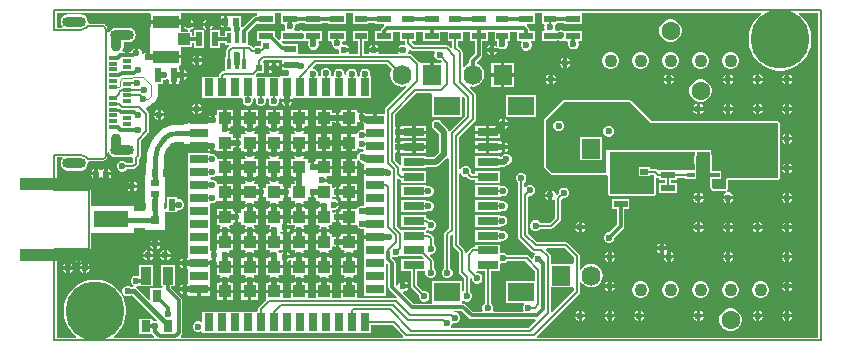
<source format=gtl>
G04*
G04 #@! TF.GenerationSoftware,Altium Limited,Altium Designer,21.9.2 (33)*
G04*
G04 Layer_Physical_Order=1*
G04 Layer_Color=1265191*
%FSLAX44Y44*%
%MOMM*%
G71*
G04*
G04 #@! TF.SameCoordinates,5C5C66F8-9FC8-4E62-95D0-8360453F7E55*
G04*
G04*
G04 #@! TF.FilePolarity,Positive*
G04*
G01*
G75*
%ADD10C,0.2000*%
%ADD11C,0.2500*%
%ADD13C,0.3000*%
%ADD15C,0.1500*%
%ADD16R,0.5000X0.6500*%
%ADD17R,0.6500X0.5000*%
%ADD18R,0.6000X0.6000*%
%ADD19R,1.2000X0.5500*%
%ADD20R,0.7000X0.8000*%
%ADD21R,2.9200X1.3500*%
%ADD22R,0.5500X1.2000*%
%ADD23R,0.8000X0.3000*%
%ADD24R,1.0000X0.5500*%
%ADD25R,1.1000X1.7000*%
%ADD26R,0.6500X0.3500*%
%ADD27R,1.5000X0.8000*%
%ADD28R,0.8000X1.5000*%
%ADD29R,1.1000X1.1000*%
%ADD30R,2.2000X1.6000*%
%ADD31R,1.8000X0.7000*%
%ADD32R,0.5500X1.0000*%
%ADD33R,0.8000X1.0000*%
%ADD34R,0.9000X1.5000*%
%ADD35R,0.3500X0.8500*%
%ADD36R,1.0500X1.0000*%
%ADD37R,2.2000X1.0500*%
%ADD38O,1.6000X1.7000*%
%ADD39R,1.6000X1.7000*%
%ADD40C,1.1000*%
%ADD41C,1.6000*%
%ADD42R,1.6000X1.6000*%
%ADD43R,1.8000X1.8000*%
%ADD44C,1.8000*%
%ADD45O,0.9000X1.8000*%
%ADD46O,2.0000X0.9000*%
%ADD47C,5.0000*%
%ADD48C,0.4000*%
%ADD49R,1.2700X0.6350*%
%ADD50C,0.5000*%
%ADD51C,0.1200*%
%ADD52C,0.6000*%
G36*
X172486Y276244D02*
X172441Y275881D01*
X172310Y275059D01*
X171500D01*
X170329Y274826D01*
X169337Y274163D01*
X169337Y274163D01*
X160492Y265318D01*
X158994Y265616D01*
X158815Y266049D01*
X158500Y266364D01*
Y274750D01*
X150770D01*
X150500Y274750D01*
X149500D01*
X149230Y274750D01*
X147000D01*
Y270000D01*
Y265250D01*
X149230D01*
X149500Y265250D01*
X149719Y265063D01*
X150500Y263980D01*
Y262605D01*
X149929Y261750D01*
X145250D01*
Y258059D01*
X141250D01*
Y262500D01*
X133894D01*
X133507Y262500D01*
X133172Y263366D01*
X133154Y263558D01*
X133134Y263770D01*
X134315Y264951D01*
X134749Y266000D01*
X132000D01*
Y262904D01*
X132750Y262187D01*
X132750Y261593D01*
X132750Y261593D01*
X132750Y261543D01*
Y247500D01*
X141250D01*
Y251941D01*
X145250D01*
Y250250D01*
X148099D01*
X148625Y248980D01*
X146698Y247052D01*
X146145Y246225D01*
X145951Y245250D01*
Y239750D01*
X145250D01*
Y228559D01*
X144260D01*
X143285Y228365D01*
X142458Y227812D01*
X140698Y226052D01*
X140145Y225226D01*
X139951Y224250D01*
X139201Y223500D01*
X137000Y223500D01*
X135730Y223500D01*
X126000D01*
Y205500D01*
X135730D01*
X137000Y205500D01*
X138270Y205500D01*
X146730D01*
X148000Y205500D01*
Y205500D01*
X148000D01*
Y205500D01*
X159418D01*
X160124Y204444D01*
X160000Y204145D01*
Y202355D01*
X160685Y200701D01*
X161951Y199435D01*
X163605Y198750D01*
X165395D01*
X167049Y199435D01*
X168315Y200701D01*
X169000Y202355D01*
Y204145D01*
X169775Y205205D01*
X170329D01*
X171078Y204083D01*
X171000Y203895D01*
Y202105D01*
X171685Y200451D01*
X172951Y199185D01*
X174605Y198500D01*
X176395D01*
X178049Y199185D01*
X179315Y200451D01*
X180000Y202105D01*
Y203895D01*
X179940Y204039D01*
X180700Y205176D01*
X181529D01*
X182211Y204155D01*
X182000Y203645D01*
Y201855D01*
X182685Y200201D01*
X183951Y198935D01*
X185605Y198250D01*
X187395D01*
X189049Y198935D01*
X190315Y200201D01*
X191000Y201855D01*
Y203645D01*
X190789Y204155D01*
X191471Y205176D01*
X192300D01*
X192752Y204500D01*
X201810D01*
X202016Y204809D01*
X203000Y205500D01*
X203000D01*
X203000Y205500D01*
X212730D01*
X214000Y205500D01*
Y205500D01*
X214000D01*
Y205500D01*
X223730D01*
X225000Y205500D01*
X226270Y205500D01*
X245730D01*
X247000Y205500D01*
X248270Y205500D01*
X256730D01*
X258000Y205500D01*
X259270Y205500D01*
X269000D01*
Y223500D01*
X268832D01*
X268126Y224556D01*
X268250Y224855D01*
Y226645D01*
X267565Y228299D01*
X266299Y229565D01*
X264645Y230250D01*
X262855D01*
X261201Y229565D01*
X259935Y228299D01*
X259250Y226645D01*
Y224855D01*
X259374Y224556D01*
X258668Y223500D01*
X257332D01*
X256626Y224556D01*
X256750Y224855D01*
Y226645D01*
X256065Y228299D01*
X254799Y229565D01*
X253145Y230250D01*
X251355D01*
X249701Y229565D01*
X248435Y228299D01*
X247750Y226645D01*
Y224855D01*
X247139Y224613D01*
X246250Y225661D01*
Y226645D01*
X245565Y228299D01*
X244299Y229565D01*
X242645Y230250D01*
X240855D01*
X239201Y229565D01*
X237935Y228299D01*
X237250Y226645D01*
Y224855D01*
X237314Y224700D01*
X236616Y223655D01*
X235503D01*
X234758Y224770D01*
X235000Y225355D01*
Y227145D01*
X234315Y228799D01*
X233049Y230065D01*
X231395Y230750D01*
X229605D01*
X227951Y230065D01*
X226685Y228799D01*
X226000Y227145D01*
Y225355D01*
X226242Y224770D01*
X225681Y223930D01*
X224430Y223874D01*
X223750Y224586D01*
Y226145D01*
X223065Y227799D01*
X221799Y229065D01*
X220145Y229750D01*
X219625Y231020D01*
X222556Y233951D01*
X282244D01*
X286327Y229869D01*
X285544Y227980D01*
X285218Y225500D01*
Y224500D01*
X285544Y222020D01*
X286502Y219709D01*
X288025Y217725D01*
X290009Y216202D01*
X292320Y215245D01*
X294800Y214918D01*
X297280Y215245D01*
X298242Y215643D01*
X298962Y214566D01*
X280927Y196532D01*
X280375Y195705D01*
X280181Y194730D01*
Y192000D01*
X273500D01*
Y186500D01*
X270500D01*
Y192000D01*
X264114D01*
X263299Y192815D01*
X262250Y193249D01*
Y189000D01*
Y184419D01*
X263000Y183918D01*
Y182270D01*
X263000Y181000D01*
X263000D01*
Y181000D01*
X263000D01*
Y178821D01*
X262145Y178250D01*
X260355D01*
X258701Y177565D01*
X257435Y176299D01*
X256750Y174645D01*
Y174500D01*
X251500D01*
Y167500D01*
Y160500D01*
X257000D01*
Y162340D01*
X258270Y162866D01*
X258701Y162435D01*
X260355Y161750D01*
X262145D01*
X262708Y161374D01*
Y161097D01*
X261493Y159909D01*
X260721D01*
X259067Y159223D01*
X257801Y157958D01*
X257116Y156304D01*
Y154722D01*
X257094Y154490D01*
X256161Y153500D01*
X251500D01*
Y148000D01*
X257000D01*
Y151864D01*
X258270Y152390D01*
X259067Y151594D01*
X260546Y150981D01*
X260911Y150616D01*
X260911Y150616D01*
X262234Y149732D01*
X263000Y149580D01*
X263000Y148000D01*
X263000D01*
Y148000D01*
X263000D01*
Y144000D01*
X272000D01*
Y141000D01*
X263000D01*
Y138270D01*
X263000Y137000D01*
X263000D01*
Y137000D01*
X263000D01*
Y127270D01*
X263000Y126000D01*
X263000D01*
Y126000D01*
X263000D01*
Y114813D01*
X261730Y113965D01*
X261645Y114000D01*
X259855D01*
X258201Y113315D01*
X256935Y112049D01*
X256708Y111500D01*
X251500D01*
Y104500D01*
Y97500D01*
X257000D01*
X257575Y96468D01*
X257685Y96201D01*
X258951Y94935D01*
X260605Y94250D01*
X262395D01*
X262608Y94108D01*
X263000Y93000D01*
Y93000D01*
X263000Y93000D01*
Y89000D01*
X272000D01*
Y86000D01*
X263000D01*
Y83270D01*
X263000Y82000D01*
X263000D01*
Y82000D01*
X263000D01*
Y72270D01*
X263000Y71000D01*
X263000D01*
Y71000D01*
X263000D01*
Y61270D01*
X263000Y60000D01*
X263000Y58730D01*
Y50270D01*
X263000Y49000D01*
X263000Y47730D01*
Y38000D01*
X281000D01*
Y47730D01*
X281000Y49000D01*
X281000Y50270D01*
Y58730D01*
X281000Y60000D01*
X281000Y61270D01*
Y65015D01*
X282173Y65501D01*
X283441Y64233D01*
Y45500D01*
X283441Y45500D01*
X283674Y44330D01*
X284337Y43337D01*
X290474Y37200D01*
X289849Y36029D01*
X289750Y36049D01*
X257000D01*
Y40000D01*
X243000D01*
Y36049D01*
X236000D01*
Y40000D01*
X222000D01*
Y36049D01*
X215000D01*
Y40000D01*
X201000D01*
Y36049D01*
X194000D01*
Y40000D01*
X180000D01*
Y34500D01*
X180000Y34500D01*
X180000D01*
X179237Y33592D01*
X173698Y28052D01*
X173145Y27225D01*
X172951Y26250D01*
Y25398D01*
X172053Y24500D01*
X170000Y24500D01*
X168730Y24500D01*
X149270D01*
X148000Y24500D01*
X146730Y24500D01*
X138270D01*
X137000Y24500D01*
X135730Y24500D01*
X126000D01*
Y16273D01*
X124730Y15697D01*
X123395Y16250D01*
X121605D01*
X119951Y15565D01*
X118685Y14299D01*
X118000Y12645D01*
Y10855D01*
X118685Y9201D01*
X119951Y7935D01*
X121605Y7250D01*
X123395D01*
X124730Y7803D01*
X126000Y7227D01*
Y6500D01*
X135730D01*
X137000Y6500D01*
X138270Y6500D01*
X146730D01*
X148000Y6500D01*
X149270Y6500D01*
X168730D01*
X170000Y6500D01*
X171270Y6500D01*
X179730D01*
X181000Y6500D01*
Y6500D01*
X181000D01*
Y6500D01*
X190730D01*
X192000Y6500D01*
X193270Y6500D01*
X201730D01*
X203000Y6500D01*
X204270Y6500D01*
X212730D01*
X214000Y6500D01*
X215270Y6500D01*
X223730D01*
X225000Y6500D01*
X226270Y6500D01*
X245730D01*
X247000Y6500D01*
X248270Y6500D01*
X256730D01*
X258000Y6500D01*
Y6500D01*
X258000D01*
Y6500D01*
X269000D01*
Y12951D01*
X286944D01*
X296125Y3770D01*
X295599Y2500D01*
X107985D01*
X107499Y3673D01*
X108163Y4337D01*
X108163Y4337D01*
X108826Y5329D01*
X109059Y6500D01*
X109059Y6500D01*
Y34000D01*
X108826Y35171D01*
X108163Y36163D01*
X99596Y44730D01*
X99648Y46000D01*
X102500D01*
Y64000D01*
X90500D01*
Y46000D01*
X92238D01*
X92393Y45770D01*
X91717Y44500D01*
X82000D01*
Y34706D01*
X80827Y34220D01*
X70773Y44273D01*
X70090Y44730D01*
X70475Y46000D01*
X70895D01*
X71886Y46410D01*
X72500Y46000D01*
Y46000D01*
X84500D01*
Y64000D01*
X72500D01*
Y55478D01*
X71444Y54773D01*
X70895Y55000D01*
X69105D01*
X67451Y54315D01*
X66185Y53049D01*
X65500Y51395D01*
Y49605D01*
X66185Y47951D01*
X67451Y46685D01*
X67684Y46589D01*
X67431Y45319D01*
X65545D01*
X65299Y45565D01*
X63645Y46250D01*
X61855D01*
X60201Y45565D01*
X58935Y44299D01*
X58250Y42645D01*
Y40855D01*
X58935Y39201D01*
X60201Y37935D01*
X61855Y37250D01*
X63645D01*
X65299Y37935D01*
X65545Y38181D01*
X66772D01*
X87210Y17743D01*
X86657Y16500D01*
X85355D01*
X84770Y16258D01*
X83500Y17106D01*
Y18500D01*
X72500D01*
Y5500D01*
X83500D01*
X84030Y4922D01*
X84087Y4837D01*
X85251Y3673D01*
X84765Y2500D01*
X51171D01*
X50778Y3708D01*
X52264Y4787D01*
X55213Y7736D01*
X57665Y11111D01*
X59559Y14828D01*
X60848Y18795D01*
X61500Y22914D01*
Y27086D01*
X60848Y31205D01*
X59559Y35173D01*
X57665Y38889D01*
X55213Y42264D01*
X52264Y45213D01*
X48889Y47665D01*
X45173Y49559D01*
X41205Y50848D01*
X37086Y51500D01*
X32914D01*
X28795Y50848D01*
X24827Y49559D01*
X21111Y47665D01*
X17736Y45213D01*
X14787Y42264D01*
X12335Y38889D01*
X10441Y35173D01*
X9153Y31205D01*
X8500Y27086D01*
Y22914D01*
X9153Y18795D01*
X10441Y14828D01*
X12335Y11111D01*
X14787Y7736D01*
X17736Y4787D01*
X19222Y3708D01*
X18829Y2500D01*
X2500D01*
Y67150D01*
X-28400D01*
Y77750D01*
X31624D01*
Y90750D01*
X68000D01*
Y95190D01*
X77500D01*
Y93250D01*
X94500D01*
Y108452D01*
X95750Y108500D01*
X95770Y108500D01*
X104250D01*
Y109929D01*
X105105Y110500D01*
X106895D01*
X108549Y111185D01*
X109815Y112451D01*
X110500Y114105D01*
Y115895D01*
X109815Y117549D01*
X108549Y118815D01*
X106895Y119500D01*
X105105D01*
X104250Y120071D01*
Y121500D01*
X95750D01*
Y112310D01*
X94480Y111664D01*
X93787Y112170D01*
X93750Y112217D01*
Y116500D01*
X94250D01*
Y125500D01*
Y140500D01*
X93500D01*
Y150000D01*
X93060D01*
Y152729D01*
X93048Y152824D01*
X93391Y156311D01*
X94436Y159756D01*
X96133Y162930D01*
X98356Y165639D01*
X98432Y165697D01*
X98742Y166007D01*
X98753Y166021D01*
X100460Y167331D01*
X102464Y168161D01*
X104597Y168442D01*
X104614Y168440D01*
X110500D01*
Y166500D01*
X128815D01*
X129149Y166000D01*
X134000D01*
Y164500D01*
X135500D01*
Y160251D01*
X136549Y160685D01*
X136730Y160866D01*
X138000Y160500D01*
Y160500D01*
X138000Y160500D01*
X143500D01*
Y167500D01*
X146500D01*
Y160500D01*
X152000D01*
Y163227D01*
X153173Y163713D01*
X153201Y163685D01*
X154250Y163251D01*
Y167500D01*
Y171749D01*
X153201Y171315D01*
X153173Y171287D01*
X152000Y171773D01*
Y174500D01*
X148930D01*
X148404Y175770D01*
X148815Y176181D01*
X149249Y177230D01*
X145000D01*
Y180230D01*
X149249D01*
X149249Y180230D01*
X150098Y181500D01*
X152000D01*
Y187000D01*
X145000D01*
Y188500D01*
X143500D01*
Y195500D01*
X138000D01*
Y191294D01*
X136730Y190559D01*
X136270Y190749D01*
Y186500D01*
X134770D01*
Y185000D01*
X129919D01*
X129585Y184500D01*
X110500D01*
Y182560D01*
X104614D01*
Y182608D01*
X100230Y182176D01*
X96014Y180898D01*
X92129Y178821D01*
X89346Y176537D01*
X88724Y176026D01*
D01*
X88422Y175713D01*
X88419Y175710D01*
X87897Y175099D01*
X85107Y171832D01*
X82442Y167484D01*
X80491Y162772D01*
X79300Y157813D01*
X78900Y152729D01*
X78940D01*
Y150000D01*
X78500D01*
Y140500D01*
X77750D01*
Y125500D01*
Y116500D01*
X78250D01*
Y111250D01*
X77500D01*
Y109310D01*
X68000D01*
Y114250D01*
X31624D01*
Y127250D01*
X-28400D01*
Y137850D01*
X2500D01*
Y155376D01*
X7135D01*
X7528Y154106D01*
X6348Y152341D01*
X5882Y150000D01*
X6348Y147659D01*
X7674Y145674D01*
X9659Y144348D01*
X12000Y143883D01*
X23000D01*
X25341Y144348D01*
X27326Y145674D01*
X28652Y147659D01*
X29118Y150000D01*
X28992Y150630D01*
X30039Y151876D01*
X41597D01*
X41895Y152000D01*
X42218D01*
X43321Y152457D01*
X43549Y152685D01*
X43847Y152809D01*
X44691Y153653D01*
X44815Y153951D01*
X45043Y154179D01*
X45500Y155282D01*
Y155605D01*
X45624Y155903D01*
Y159058D01*
X46894Y159183D01*
X46948Y158909D01*
X48274Y156924D01*
X50259Y155598D01*
X52600Y155133D01*
X63600D01*
X65768Y155564D01*
X66259Y155330D01*
X66951Y154746D01*
Y150806D01*
X66194Y150049D01*
X62065D01*
X62065Y150049D01*
X60799Y151315D01*
X59145Y152000D01*
X57355D01*
X55701Y151315D01*
X54435Y150049D01*
X53750Y148395D01*
Y146605D01*
X54435Y144951D01*
X55701Y143685D01*
X57355Y143000D01*
X59145D01*
X60799Y143685D01*
X62065Y144951D01*
X62065Y144951D01*
X67250D01*
X68225Y145145D01*
X69052Y145698D01*
X71302Y147948D01*
X71855Y148774D01*
X72049Y149750D01*
Y153944D01*
X72890Y154785D01*
X73443Y155612D01*
X73636Y156588D01*
Y169032D01*
X80302Y175698D01*
X80855Y176525D01*
X81049Y177500D01*
Y191750D01*
X80855Y192725D01*
X80302Y193552D01*
X78151Y195704D01*
X78530Y197121D01*
X79187Y197297D01*
X81011Y198350D01*
X82501Y199839D01*
X82514Y199862D01*
X83789Y200714D01*
X86287Y203213D01*
X87525Y205065D01*
X87960Y207250D01*
Y216250D01*
X87906Y216518D01*
X88712Y217500D01*
X92250D01*
Y220096D01*
X92855Y220500D01*
X94645D01*
X96299Y221185D01*
X96480Y221366D01*
X97750Y220840D01*
Y217500D01*
X100500D01*
Y225000D01*
X103500D01*
Y217500D01*
X106250D01*
Y220022D01*
X107250Y220690D01*
Y225000D01*
Y229310D01*
X106250Y229978D01*
Y232230D01*
X106250Y232500D01*
X106902Y233500D01*
X107500D01*
Y238750D01*
X95000D01*
Y241750D01*
X107500D01*
Y244999D01*
X108002D01*
Y248500D01*
X117000D01*
Y251941D01*
X118750D01*
Y247500D01*
X127250D01*
Y262500D01*
X118750D01*
Y258059D01*
X117000D01*
Y261500D01*
X115443D01*
X115395Y262750D01*
X117049Y263435D01*
X118315Y264701D01*
X118749Y265750D01*
X110251D01*
X110685Y264701D01*
X111951Y263435D01*
X113605Y262750D01*
X113557Y261500D01*
X108002D01*
Y265000D01*
X107500D01*
Y268250D01*
X95000D01*
X82500D01*
Y265000D01*
X82002D01*
Y245554D01*
X81230Y244929D01*
Y240250D01*
X78230D01*
Y244499D01*
X77181Y244065D01*
X75915Y242799D01*
X75770Y242450D01*
X74500Y242702D01*
Y244145D01*
X73815Y245799D01*
X72549Y247065D01*
X71500Y247499D01*
Y243250D01*
X68500D01*
Y247499D01*
X67451Y247065D01*
X66185Y245799D01*
X65647Y244500D01*
X63500D01*
Y241500D01*
X60500D01*
Y244500D01*
X58823D01*
X58225Y245620D01*
X58752Y246409D01*
X59217Y248750D01*
Y252632D01*
X63599D01*
X65940Y253097D01*
X67925Y254423D01*
X69251Y256408D01*
X69717Y258749D01*
X69251Y261090D01*
X67925Y263075D01*
X65940Y264401D01*
X63599Y264867D01*
X52599D01*
X50258Y264401D01*
X48274Y263075D01*
X46947Y261090D01*
X46894Y260819D01*
X45624Y260944D01*
Y264097D01*
X45500Y264395D01*
Y264718D01*
X45043Y265821D01*
X44815Y266049D01*
X44691Y266347D01*
X43847Y267191D01*
X43549Y267315D01*
X43321Y267543D01*
X42218Y268000D01*
X41895D01*
X41597Y268124D01*
X30039D01*
X28992Y269370D01*
X29118Y270000D01*
X28652Y272341D01*
X27326Y274326D01*
X25341Y275652D01*
X23000Y276118D01*
X12000D01*
X9659Y275652D01*
X7674Y274326D01*
X6348Y272341D01*
X5882Y270000D01*
X6348Y267659D01*
X7528Y265894D01*
X7135Y264624D01*
X2500D01*
Y277500D01*
X81848D01*
X82500Y276500D01*
X82500Y276230D01*
Y271250D01*
X95000D01*
X107500D01*
Y276230D01*
X107500Y276500D01*
X108152Y277500D01*
X172331D01*
X172486Y276244D01*
D02*
G37*
G36*
X253500Y276250D02*
X253500Y276230D01*
Y267750D01*
X266500D01*
Y268941D01*
X272500D01*
Y267750D01*
X279428D01*
X279756Y267209D01*
X279904Y266480D01*
X277837Y264413D01*
X277174Y263421D01*
X276941Y262250D01*
X276941Y262250D01*
X272500D01*
Y253750D01*
X287500D01*
Y261441D01*
X293500D01*
Y253750D01*
X297451D01*
Y251750D01*
X297474Y251635D01*
X297340Y251373D01*
X296417Y250500D01*
X295105D01*
X293451Y249815D01*
X292185Y248549D01*
X291751Y247500D01*
X296000D01*
Y244500D01*
X291751D01*
X292033Y243819D01*
X291428Y242549D01*
X275572D01*
X274967Y243819D01*
X275249Y244500D01*
X266751D01*
X267033Y243819D01*
X266428Y242549D01*
X262549D01*
Y253750D01*
X266500D01*
Y262250D01*
X253500D01*
Y253750D01*
X257451D01*
Y242549D01*
X250572D01*
X249967Y243819D01*
X250249Y244500D01*
X246000D01*
Y247500D01*
X250249D01*
X249815Y248549D01*
X248549Y249815D01*
X246895Y250500D01*
X245673D01*
X245076Y250553D01*
X244500Y251624D01*
Y252395D01*
X244376Y252694D01*
X245082Y253750D01*
X247500D01*
Y262250D01*
X232500D01*
Y253750D01*
X234918D01*
X235624Y252694D01*
X235500Y252395D01*
Y250605D01*
X236185Y248951D01*
X237451Y247685D01*
X239105Y247000D01*
X240327D01*
X240924Y246947D01*
X241500Y245876D01*
Y245105D01*
X242033Y243819D01*
X241428Y242549D01*
X207687D01*
X206500Y242750D01*
Y251250D01*
X194326D01*
X193096Y252480D01*
X193622Y253750D01*
X207500D01*
X207500Y253750D01*
X208605Y253500D01*
X208666Y253500D01*
X210395D01*
X211230Y253846D01*
X212500Y253750D01*
X212500Y253750D01*
X212500Y253750D01*
X215349D01*
X215846Y252480D01*
X215500Y251645D01*
Y249855D01*
X216185Y248201D01*
X217451Y246935D01*
X219105Y246250D01*
X220895D01*
X222549Y246935D01*
X223815Y248201D01*
X224500Y249855D01*
Y251645D01*
X224154Y252480D01*
X224651Y253750D01*
X227500D01*
Y262250D01*
X212500D01*
X212500Y262250D01*
Y262250D01*
X211230Y262154D01*
X210395Y262500D01*
X208666D01*
X208605Y262500D01*
X207500Y262250D01*
X207500Y262250D01*
X204273D01*
X203787Y263423D01*
X203815Y263451D01*
X204500Y265105D01*
Y266895D01*
X205071Y267750D01*
X207500D01*
Y268941D01*
X212500D01*
Y267750D01*
X227500D01*
Y268941D01*
X232500D01*
Y267750D01*
X247500D01*
Y276230D01*
X247500Y276250D01*
X247548Y277500D01*
X253452D01*
X253500Y276250D01*
D02*
G37*
G36*
X192500D02*
X192500Y276230D01*
Y267750D01*
X194929D01*
X195500Y266895D01*
Y265105D01*
X196185Y263451D01*
X196213Y263423D01*
X195727Y262250D01*
X192500D01*
Y254872D01*
X191230Y254346D01*
X187500Y258076D01*
Y262250D01*
X172500D01*
Y253750D01*
X174230D01*
X175500Y253750D01*
Y250217D01*
X174444Y249511D01*
X174205Y249610D01*
X172415D01*
X170761Y248925D01*
X169495Y247659D01*
X168503Y248326D01*
X167277Y249552D01*
X166451Y250105D01*
X165475Y250299D01*
X164750D01*
Y260924D01*
X171847Y268021D01*
X172500Y267750D01*
Y267750D01*
X187500D01*
Y276250D01*
X187500D01*
X187548Y277500D01*
X192452D01*
X192500Y276250D01*
D02*
G37*
G36*
X333500Y253750D02*
X337451D01*
Y248450D01*
X336181Y247924D01*
X335052Y249052D01*
X334226Y249605D01*
X333250Y249799D01*
X305556D01*
X302875Y252480D01*
X303335Y253750D01*
X306500D01*
Y261441D01*
X312500D01*
Y253750D01*
X327500D01*
Y261441D01*
X333500D01*
Y253750D01*
D02*
G37*
G36*
X352500D02*
X356941D01*
Y243017D01*
X352637Y238713D01*
X351974Y237721D01*
X351741Y236550D01*
X351741Y236550D01*
Y234516D01*
X350009Y233798D01*
X348025Y232276D01*
X347569Y231682D01*
X346299Y232113D01*
Y244000D01*
X346105Y244975D01*
X345552Y245802D01*
X342549Y248806D01*
Y253750D01*
X346500D01*
Y261441D01*
X352500D01*
Y253750D01*
D02*
G37*
G36*
X647500Y2500D02*
X409651D01*
X409125Y3770D01*
X444802Y39448D01*
X445355Y40275D01*
X445549Y41250D01*
Y49656D01*
X446819Y49909D01*
X446902Y49709D01*
X448425Y47724D01*
X450409Y46202D01*
X452720Y45244D01*
X455200Y44918D01*
X457680Y45244D01*
X459991Y46202D01*
X461976Y47724D01*
X463498Y49709D01*
X464455Y52020D01*
X464782Y54500D01*
Y55500D01*
X464455Y57980D01*
X463498Y60291D01*
X461976Y62275D01*
X459991Y63798D01*
X457680Y64755D01*
X455200Y65082D01*
X452720Y64755D01*
X450409Y63798D01*
X448425Y62275D01*
X446902Y60291D01*
X446819Y60091D01*
X445549Y60344D01*
Y71250D01*
X445355Y72225D01*
X444802Y73052D01*
X435552Y82302D01*
X434725Y82855D01*
X433750Y83049D01*
X409255D01*
X401799Y90506D01*
Y121397D01*
X402355Y122500D01*
X404145D01*
X405799Y123185D01*
X407065Y124451D01*
X407750Y126105D01*
Y127895D01*
X407065Y129549D01*
X405799Y130815D01*
X404145Y131500D01*
X402355D01*
X400701Y130815D01*
X399569Y129683D01*
X398941Y129776D01*
X398299Y130072D01*
Y133685D01*
X398299Y133685D01*
X399565Y134951D01*
X400250Y136605D01*
Y138395D01*
X399565Y140049D01*
X398299Y141315D01*
X396645Y142000D01*
X394855D01*
X393201Y141315D01*
X391935Y140049D01*
X391250Y138395D01*
Y136605D01*
X391935Y134951D01*
X393201Y133685D01*
X393201Y133685D01*
Y88000D01*
X393395Y87024D01*
X393948Y86198D01*
X404948Y75198D01*
X405775Y74645D01*
X406750Y74451D01*
X407979D01*
X408231Y73181D01*
X407951Y73065D01*
X406685Y71799D01*
X406000Y70145D01*
Y69651D01*
X404730Y69125D01*
X402269Y71585D01*
X401442Y72138D01*
X400467Y72332D01*
X384034D01*
X384034Y72332D01*
X382768Y73598D01*
X381115Y74283D01*
X379324D01*
X379056Y74172D01*
X378000Y74878D01*
Y81250D01*
X357000D01*
Y78799D01*
X355000D01*
X354025Y78605D01*
X353198Y78052D01*
X349698Y74552D01*
X349319Y73986D01*
X348049Y74229D01*
Y76000D01*
X347855Y76975D01*
X347302Y77802D01*
X343299Y81806D01*
Y141332D01*
X344569Y141585D01*
X344935Y140701D01*
X346201Y139435D01*
X347855Y138750D01*
X349645D01*
X349645Y138750D01*
X351448Y136948D01*
X352275Y136395D01*
X353250Y136201D01*
X357000D01*
Y133750D01*
X378000D01*
Y143750D01*
X357000D01*
Y141299D01*
X354306D01*
X353250Y142355D01*
X353250Y142355D01*
Y144145D01*
X352565Y145799D01*
X351299Y147065D01*
X349645Y147750D01*
X347855D01*
X346201Y147065D01*
X344935Y145799D01*
X344569Y144915D01*
X343299Y145168D01*
Y171944D01*
X356802Y185448D01*
X357355Y186275D01*
X357549Y187250D01*
Y208000D01*
X357355Y208976D01*
X356802Y209802D01*
X352690Y213915D01*
X353283Y215118D01*
X354800Y214918D01*
X357280Y215245D01*
X359591Y216202D01*
X361576Y217725D01*
X363098Y219709D01*
X364055Y222020D01*
X364382Y224500D01*
Y225500D01*
X364055Y227980D01*
X363098Y230291D01*
X361576Y232276D01*
X359591Y233798D01*
X358466Y234264D01*
X358265Y235689D01*
X362163Y239587D01*
X362163Y239587D01*
X362826Y240579D01*
X363059Y241750D01*
Y253750D01*
X367500D01*
Y261441D01*
X373500D01*
Y253750D01*
X375099D01*
X375742Y252480D01*
X375500Y251895D01*
Y250105D01*
X375911Y249112D01*
X374815Y248549D01*
X374434Y248930D01*
X373549Y249815D01*
X372500Y250249D01*
Y247500D01*
X375249D01*
X375089Y247888D01*
X376185Y248451D01*
X376566Y248070D01*
X377451Y247185D01*
X379105Y246500D01*
X380895D01*
X382549Y247185D01*
X383815Y248451D01*
X384500Y250105D01*
Y251895D01*
X384258Y252480D01*
X384901Y253750D01*
X386500D01*
Y261441D01*
X392500D01*
Y253750D01*
X395977D01*
X396463Y252577D01*
X396435Y252549D01*
X395750Y250895D01*
Y249105D01*
X396435Y247451D01*
X397701Y246185D01*
X399355Y245500D01*
X401145D01*
X402799Y246185D01*
X404065Y247451D01*
X404750Y249105D01*
Y250895D01*
X404065Y252549D01*
X404037Y252577D01*
X404523Y253750D01*
X407500D01*
Y262250D01*
X403059D01*
Y262500D01*
X402826Y263671D01*
X402163Y264663D01*
X400346Y266480D01*
X400494Y267210D01*
X400822Y267750D01*
X407500D01*
Y276230D01*
X407500Y276250D01*
X407548Y277500D01*
X413452D01*
X413500Y276250D01*
X413500Y276230D01*
Y267750D01*
X415022D01*
X415727Y266694D01*
X415500Y266145D01*
Y264355D01*
X415846Y263520D01*
X414997Y262250D01*
X413500D01*
Y253750D01*
X426500D01*
Y254047D01*
X427889D01*
X428605Y253750D01*
X430395D01*
X431230Y254096D01*
X432500Y253750D01*
Y253750D01*
X432500Y253750D01*
X434894D01*
X435742Y252480D01*
X435500Y251895D01*
Y250105D01*
X436185Y248451D01*
X437451Y247185D01*
X439105Y246500D01*
X440895D01*
X442549Y247185D01*
X443815Y248451D01*
X444500Y250105D01*
Y251895D01*
X444258Y252480D01*
X445106Y253750D01*
X447500D01*
Y262250D01*
X432500D01*
X432500Y262250D01*
X431284Y262382D01*
X430395Y262750D01*
X428605D01*
X427715Y262382D01*
X426500Y262250D01*
X426500Y262250D01*
X426500Y262250D01*
X425003D01*
X424154Y263520D01*
X424500Y264355D01*
Y266145D01*
X424273Y266694D01*
X424978Y267750D01*
X426500D01*
Y268941D01*
X432500D01*
Y267750D01*
X447500D01*
Y276230D01*
X447500Y276250D01*
X447548Y277500D01*
X598829D01*
X599222Y276292D01*
X597736Y275213D01*
X594787Y272264D01*
X592335Y268889D01*
X590442Y265173D01*
X589152Y261205D01*
X588500Y257086D01*
Y252914D01*
X589152Y248795D01*
X590442Y244827D01*
X592335Y241111D01*
X594787Y237736D01*
X597736Y234787D01*
X601111Y232335D01*
X604827Y230441D01*
X608795Y229153D01*
X612914Y228500D01*
X617086D01*
X621205Y229153D01*
X625173Y230441D01*
X628889Y232335D01*
X632264Y234787D01*
X635213Y237736D01*
X637665Y241111D01*
X639558Y244827D01*
X640847Y248795D01*
X641500Y252914D01*
Y257086D01*
X640847Y261205D01*
X639558Y265173D01*
X637665Y268889D01*
X635213Y272264D01*
X632264Y275213D01*
X630778Y276292D01*
X631171Y277500D01*
X647500D01*
Y2500D01*
D02*
G37*
G36*
X302698Y245448D02*
X303524Y244895D01*
X304500Y244701D01*
X321727D01*
X322575Y243431D01*
X322250Y242645D01*
Y240855D01*
X322935Y239201D01*
X324201Y237935D01*
X325855Y237250D01*
X327645D01*
X327645Y237250D01*
X328625Y236270D01*
X328099Y235000D01*
X321700D01*
Y225000D01*
X318700D01*
Y235000D01*
X310700D01*
Y235000D01*
X309682Y235608D01*
X309552Y235802D01*
X303552Y241802D01*
X302726Y242355D01*
X301750Y242549D01*
X300572D01*
X299967Y243819D01*
X300500Y245105D01*
Y245849D01*
X301770Y246375D01*
X302698Y245448D01*
D02*
G37*
G36*
X193500Y237250D02*
Y234500D01*
X200000D01*
Y231500D01*
X193500D01*
Y229164D01*
X193255Y228919D01*
X192821Y227870D01*
X197070D01*
Y224870D01*
X192821D01*
X192862Y224770D01*
X192013Y223500D01*
X190730Y223500D01*
X182270D01*
X181000Y223500D01*
X179730Y223500D01*
X171651D01*
X171125Y224770D01*
X172605Y226250D01*
X178000D01*
Y235250D01*
X177701D01*
X177175Y236520D01*
X178106Y237451D01*
X192313D01*
X193500Y237250D01*
D02*
G37*
G36*
X320500Y208250D02*
Y189250D01*
X345500D01*
Y206236D01*
X346673Y206722D01*
X348201Y205194D01*
Y190056D01*
X335448Y177302D01*
X335419Y177260D01*
X334071Y177528D01*
X333890Y178439D01*
X333006Y179762D01*
X333006Y179762D01*
X328737Y184031D01*
X328315Y185049D01*
X327049Y186315D01*
X325395Y187000D01*
X323605D01*
X321951Y186315D01*
X320685Y185049D01*
X320000Y183395D01*
Y181605D01*
X320685Y179951D01*
X321951Y178685D01*
X322969Y178263D01*
X326044Y175189D01*
Y159541D01*
X325886Y159159D01*
X322055Y155328D01*
X315500D01*
Y156250D01*
X294500D01*
Y149123D01*
X293230Y148597D01*
X288779Y153048D01*
Y158698D01*
X290049Y159438D01*
X290500Y159251D01*
Y163500D01*
Y167749D01*
X290049Y167563D01*
X288779Y168302D01*
Y171227D01*
X290049Y172076D01*
X290230Y172001D01*
Y176250D01*
Y180499D01*
X290049Y180425D01*
X288779Y181273D01*
Y190924D01*
X307056Y209201D01*
X319730D01*
X320500Y208250D01*
D02*
G37*
G36*
X334701Y154047D02*
Y94806D01*
X331448Y91552D01*
X330895Y90725D01*
X330701Y89750D01*
Y61315D01*
X330701Y61315D01*
X329435Y60049D01*
X328750Y58395D01*
Y56605D01*
X329435Y54951D01*
X330701Y53685D01*
X332355Y53000D01*
X334145D01*
X335799Y53685D01*
X337065Y54951D01*
X337750Y56605D01*
Y58395D01*
X337065Y60049D01*
X335799Y61315D01*
X335799Y61315D01*
Y88694D01*
X337028Y89923D01*
X338201Y89437D01*
Y80750D01*
X338395Y79774D01*
X338948Y78948D01*
X342951Y74944D01*
Y58000D01*
X343145Y57024D01*
X343698Y56198D01*
X347201Y52694D01*
Y42080D01*
X346770Y41776D01*
X345500Y42435D01*
Y50750D01*
X320500D01*
Y31750D01*
X319413Y31309D01*
X305017D01*
X296096Y40230D01*
X296622Y41500D01*
X296895D01*
X298549Y42185D01*
X299815Y43451D01*
X300249Y44500D01*
X296000D01*
Y46000D01*
X294500D01*
Y50249D01*
X293451Y49815D01*
X292185Y48549D01*
X291544Y47001D01*
X290817Y46692D01*
X290269Y46529D01*
X289559Y47084D01*
Y65500D01*
X289559Y65500D01*
X289326Y66670D01*
X288663Y67663D01*
X288663Y67663D01*
X286417Y69909D01*
X286502Y70338D01*
X286709Y70522D01*
X287927Y70988D01*
X289105Y70500D01*
X290895D01*
X292549Y71185D01*
X293230Y71866D01*
X294500Y71340D01*
Y71250D01*
X311895D01*
X313222Y69923D01*
X312736Y68750D01*
X294500D01*
Y58750D01*
X302451D01*
Y46250D01*
X302645Y45275D01*
X303198Y44448D01*
X309250Y38395D01*
X309250Y38395D01*
Y36605D01*
X309935Y34951D01*
X311201Y33685D01*
X312855Y33000D01*
X314645D01*
X316299Y33685D01*
X317565Y34951D01*
X318250Y36605D01*
Y38395D01*
X317565Y40049D01*
X316299Y41315D01*
X314645Y42000D01*
X312855D01*
X312855Y42000D01*
X307549Y47306D01*
Y58750D01*
X314513D01*
X314750Y58395D01*
Y56605D01*
X315435Y54951D01*
X316701Y53685D01*
X318355Y53000D01*
X320145D01*
X321799Y53685D01*
X323065Y54951D01*
X323750Y56605D01*
Y58395D01*
X323065Y60049D01*
X321799Y61315D01*
X321799Y61315D01*
Y67500D01*
X321605Y68475D01*
X321052Y69302D01*
X318625Y71730D01*
X319151Y73000D01*
X320395D01*
X322049Y73685D01*
X323315Y74951D01*
X324000Y76605D01*
Y78395D01*
X323315Y80049D01*
X322049Y81315D01*
X322049Y81315D01*
Y86500D01*
X321855Y87476D01*
X321302Y88302D01*
X319052Y90552D01*
X318225Y91105D01*
X317250Y91299D01*
X316398D01*
X315500Y92197D01*
X315500Y92753D01*
Y92768D01*
D01*
X315500Y93090D01*
X316701Y93685D01*
X318355Y93000D01*
X320145D01*
X321799Y93685D01*
X323065Y94951D01*
X323750Y96605D01*
Y98395D01*
X323065Y100049D01*
X321799Y101315D01*
X320145Y102000D01*
X318355D01*
X318355Y102000D01*
X317302Y103052D01*
X316476Y103605D01*
X315500Y103799D01*
Y106250D01*
X294500D01*
Y96250D01*
X314897D01*
X315435Y94951D01*
X314840Y93750D01*
X314519Y93750D01*
X314519Y93750D01*
X314503Y93750D01*
X294500D01*
X294500Y93750D01*
Y93750D01*
X293401Y94202D01*
X291049Y96554D01*
Y136437D01*
X292319Y136814D01*
X292946Y136395D01*
X293922Y136201D01*
X294500D01*
Y133750D01*
X315500D01*
Y143750D01*
X294549D01*
Y145218D01*
X294549Y146222D01*
X294572Y146250D01*
X315500Y146250D01*
Y147172D01*
X323744D01*
X323744Y147172D01*
X325305Y147482D01*
X326628Y148366D01*
X331653Y153392D01*
X332671Y153813D01*
X333431Y154573D01*
X334701Y154047D01*
D02*
G37*
G36*
X407826Y58819D02*
Y50750D01*
X383000D01*
Y31750D01*
X397840D01*
X398366Y30480D01*
X398185Y30299D01*
X397500Y28645D01*
Y26855D01*
X397977Y25704D01*
X397293Y24434D01*
X372457D01*
X371627Y25704D01*
X372000Y26605D01*
Y28395D01*
X371315Y30049D01*
X370049Y31315D01*
X370049Y31315D01*
Y58750D01*
X378000D01*
Y64689D01*
X379056Y65394D01*
X379324Y65283D01*
X381115D01*
X382768Y65968D01*
X384034Y67234D01*
X384034Y67234D01*
X399411D01*
X407826Y58819D01*
D02*
G37*
G36*
X440451Y70194D02*
Y65287D01*
X439300Y65000D01*
Y65000D01*
X420924D01*
Y71625D01*
X420730Y72600D01*
X420177Y73427D01*
X416827Y76778D01*
X417313Y77951D01*
X432694D01*
X440451Y70194D01*
D02*
G37*
G36*
X364951Y31315D02*
X364951Y31315D01*
X363685Y30049D01*
X363000Y28395D01*
Y26605D01*
X363373Y25704D01*
X362543Y24434D01*
X355142D01*
X349163Y30413D01*
X348171Y31076D01*
X347000Y31309D01*
X347000Y31309D01*
X346587D01*
X345500Y31750D01*
Y33590D01*
X346770Y34116D01*
X347201Y33685D01*
X348855Y33000D01*
X350645D01*
X352299Y33685D01*
X353565Y34951D01*
X354250Y36605D01*
Y38395D01*
X353565Y40049D01*
X352299Y41315D01*
X352299Y41315D01*
Y52328D01*
X353569Y52999D01*
X354000Y52704D01*
Y51605D01*
X354685Y49951D01*
X355951Y48685D01*
X357605Y48000D01*
X359395D01*
X361049Y48685D01*
X362315Y49951D01*
X363000Y51605D01*
Y53395D01*
X362315Y55049D01*
X361049Y56315D01*
X359395Y57000D01*
X358301D01*
X357947Y57480D01*
X358588Y58750D01*
X364951D01*
Y31315D01*
D02*
G37*
G36*
X439300Y45000D02*
X440451Y44713D01*
Y42306D01*
X422194Y24049D01*
X420924Y24575D01*
Y45000D01*
X439300D01*
Y45000D01*
D02*
G37*
G36*
X351712Y19212D02*
X351712Y19212D01*
X352705Y18549D01*
X353875Y18316D01*
X353875Y18316D01*
X407751D01*
X408277Y17046D01*
X402030Y10799D01*
X336709D01*
X336183Y12069D01*
X336565Y12451D01*
X337250Y14105D01*
Y14168D01*
X338306Y14874D01*
X338605Y14750D01*
X340395D01*
X342049Y15435D01*
X343315Y16701D01*
X344000Y18355D01*
Y20145D01*
X343315Y21799D01*
X342049Y23065D01*
X340395Y23750D01*
X338856D01*
X338651Y23921D01*
X339113Y25191D01*
X345733D01*
X351712Y19212D01*
D02*
G37*
%LPC*%
G36*
X144000Y274750D02*
X141500D01*
Y271500D01*
X144000D01*
Y274750D01*
D02*
G37*
G36*
X132000Y271749D02*
Y269000D01*
X134749D01*
X134315Y270049D01*
X133049Y271315D01*
X132000Y271749D01*
D02*
G37*
G36*
X129000D02*
X127951Y271315D01*
X126685Y270049D01*
X126251Y269000D01*
X129000D01*
Y271749D01*
D02*
G37*
G36*
X116000Y271499D02*
Y268750D01*
X118749D01*
X118315Y269799D01*
X117049Y271065D01*
X116000Y271499D01*
D02*
G37*
G36*
X113000D02*
X111951Y271065D01*
X110685Y269799D01*
X110251Y268750D01*
X113000D01*
Y271499D01*
D02*
G37*
G36*
X144000Y268500D02*
X141500D01*
Y265250D01*
X144000D01*
Y268500D01*
D02*
G37*
G36*
X129000Y266000D02*
X126251D01*
X126685Y264951D01*
X127951Y263685D01*
X129000Y263251D01*
Y266000D01*
D02*
G37*
G36*
X123000Y241499D02*
Y238750D01*
X125749D01*
X125315Y239799D01*
X124049Y241065D01*
X123000Y241499D01*
D02*
G37*
G36*
X120000D02*
X118951Y241065D01*
X117685Y239799D01*
X117251Y238750D01*
X120000D01*
Y241499D01*
D02*
G37*
G36*
X125749Y235750D02*
X123000D01*
Y233001D01*
X124049Y233435D01*
X125315Y234701D01*
X125749Y235750D01*
D02*
G37*
G36*
X120000D02*
X117251D01*
X117685Y234701D01*
X118951Y233435D01*
X120000Y233001D01*
Y235750D01*
D02*
G37*
G36*
X110250Y229249D02*
Y226500D01*
X112999D01*
X112565Y227549D01*
X111299Y228815D01*
X110250Y229249D01*
D02*
G37*
G36*
X112999Y223500D02*
X110250D01*
Y220751D01*
X111299Y221185D01*
X112565Y222451D01*
X112999Y223500D01*
D02*
G37*
G36*
X201749Y201500D02*
X199000D01*
Y198751D01*
X200049Y199185D01*
X201315Y200451D01*
X201749Y201500D01*
D02*
G37*
G36*
X196000D02*
X193251D01*
X193685Y200451D01*
X194951Y199185D01*
X196000Y198751D01*
Y201500D01*
D02*
G37*
G36*
X122500Y200249D02*
Y197500D01*
X125249D01*
X124815Y198549D01*
X123549Y199815D01*
X122500Y200249D01*
D02*
G37*
G36*
X119500D02*
X118451Y199815D01*
X117185Y198549D01*
X116751Y197500D01*
X119500D01*
Y200249D01*
D02*
G37*
G36*
X91000Y195499D02*
Y192750D01*
X93749D01*
X93315Y193799D01*
X92049Y195065D01*
X91000Y195499D01*
D02*
G37*
G36*
X88000D02*
X86951Y195065D01*
X85685Y193799D01*
X85251Y192750D01*
X88000D01*
Y195499D01*
D02*
G37*
G36*
X248500Y195500D02*
X243000D01*
Y193598D01*
X241730Y192749D01*
X241730Y192749D01*
Y188500D01*
Y184251D01*
X241730Y184251D01*
X243000Y183402D01*
Y181500D01*
X248500D01*
Y188500D01*
Y195500D01*
D02*
G37*
G36*
X125249Y194500D02*
X122500D01*
Y191751D01*
X123549Y192185D01*
X124815Y193451D01*
X125249Y194500D01*
D02*
G37*
G36*
X119500D02*
X116751D01*
X117185Y193451D01*
X118451Y192185D01*
X119500Y191751D01*
Y194500D01*
D02*
G37*
G36*
X227500Y195500D02*
X222000D01*
Y190000D01*
X227500D01*
Y195500D01*
D02*
G37*
G36*
X215000D02*
X209500D01*
Y190000D01*
X215000D01*
Y195500D01*
D02*
G37*
G36*
X206500D02*
X201000D01*
Y190000D01*
X206500D01*
Y195500D01*
D02*
G37*
G36*
X194000D02*
X188500D01*
Y190000D01*
X194000D01*
Y195500D01*
D02*
G37*
G36*
X185500D02*
X180000D01*
Y190000D01*
X185500D01*
Y195500D01*
D02*
G37*
G36*
X173000D02*
X167500D01*
Y190000D01*
X173000D01*
Y195500D01*
D02*
G37*
G36*
X164500D02*
X159000D01*
Y190000D01*
X164500D01*
Y195500D01*
D02*
G37*
G36*
X152000D02*
X146500D01*
Y190000D01*
X152000D01*
Y195500D01*
D02*
G37*
G36*
X133270Y190749D02*
X132221Y190315D01*
X130955Y189049D01*
X130521Y188000D01*
X133270D01*
Y190749D01*
D02*
G37*
G36*
X93749Y189750D02*
X91000D01*
Y187001D01*
X92049Y187435D01*
X93315Y188701D01*
X93749Y189750D01*
D02*
G37*
G36*
X88000D02*
X85251D01*
X85685Y188701D01*
X86951Y187435D01*
X88000Y187001D01*
Y189750D01*
D02*
G37*
G36*
X257000Y195500D02*
X251500D01*
Y188500D01*
Y181500D01*
X257000D01*
Y184727D01*
X258173Y185213D01*
X258201Y185185D01*
X259250Y184751D01*
Y189000D01*
Y193249D01*
X258201Y192815D01*
X258173Y192787D01*
X257000Y193273D01*
Y195500D01*
D02*
G37*
G36*
X236000D02*
X230500D01*
Y188500D01*
Y181500D01*
X236000D01*
Y184570D01*
X237270Y185096D01*
X237681Y184685D01*
X238730Y184251D01*
Y188500D01*
Y192749D01*
X237681Y192315D01*
X237270Y191904D01*
X236000Y192430D01*
Y195500D01*
D02*
G37*
G36*
X227500Y187000D02*
X222000D01*
Y181500D01*
X227500D01*
Y187000D01*
D02*
G37*
G36*
X215000D02*
X201000D01*
Y181500D01*
X202902D01*
X203751Y180230D01*
X203751Y180230D01*
X212250D01*
X212249Y180230D01*
X213098Y181500D01*
X215000D01*
Y187000D01*
D02*
G37*
G36*
X194000D02*
X180000D01*
Y181500D01*
X181902D01*
X182751Y180230D01*
X182750Y180230D01*
X191249D01*
X191249Y180230D01*
X192098Y181500D01*
X194000D01*
Y187000D01*
D02*
G37*
G36*
X173000D02*
X159000D01*
Y181500D01*
X160902D01*
X161751Y180230D01*
X161751Y180230D01*
X170250D01*
X170249Y180230D01*
X171098Y181500D01*
X173000D01*
Y187000D01*
D02*
G37*
G36*
X170250Y177230D02*
X161751D01*
X162185Y176181D01*
X162596Y175770D01*
X162070Y174500D01*
X159000D01*
Y172273D01*
X157730Y171551D01*
X157250Y171749D01*
Y167500D01*
Y163251D01*
X157730Y163449D01*
X159000Y162727D01*
Y160500D01*
X160902D01*
X161751Y159230D01*
X161751Y159230D01*
X170250D01*
X170250Y159230D01*
X171098Y160500D01*
X173000D01*
Y166000D01*
X166000D01*
Y169000D01*
X173000D01*
Y174500D01*
X169930D01*
X169405Y175770D01*
X169815Y176181D01*
X170250Y177230D01*
D02*
G37*
G36*
X248500Y174500D02*
X243000D01*
Y169000D01*
X248500D01*
Y174500D01*
D02*
G37*
G36*
X236000D02*
X230500D01*
Y169000D01*
X236000D01*
Y174500D01*
D02*
G37*
G36*
X227500D02*
X222000D01*
Y169000D01*
X227500D01*
Y174500D01*
D02*
G37*
G36*
X212250Y177230D02*
X203751D01*
X204185Y176181D01*
X204596Y175770D01*
X204070Y174500D01*
X201000D01*
Y169000D01*
X215000D01*
Y174500D01*
X211930D01*
X211404Y175770D01*
X211815Y176181D01*
X212250Y177230D01*
D02*
G37*
G36*
X191249D02*
X182750D01*
X183185Y176181D01*
X183596Y175770D01*
X183069Y174500D01*
X180000D01*
Y169000D01*
X194000D01*
Y174500D01*
X190930D01*
X190404Y175770D01*
X190815Y176181D01*
X191249Y177230D01*
D02*
G37*
G36*
X248500Y166000D02*
X243000D01*
Y160500D01*
X248500D01*
Y166000D01*
D02*
G37*
G36*
X236000D02*
X230500D01*
Y160500D01*
X236000D01*
Y166000D01*
D02*
G37*
G36*
X227500D02*
X222000D01*
Y160500D01*
X227500D01*
Y166000D01*
D02*
G37*
G36*
X132500Y163000D02*
X129751D01*
X130185Y161951D01*
X131451Y160685D01*
X132500Y160251D01*
Y163000D01*
D02*
G37*
G36*
X215000Y166000D02*
X201000D01*
Y160500D01*
X202902D01*
X203751Y159230D01*
X203751Y159230D01*
X212250D01*
X212250Y159230D01*
X213098Y160500D01*
X215000D01*
Y166000D01*
D02*
G37*
G36*
X194000D02*
X180000D01*
Y160500D01*
X181902D01*
X182750Y159230D01*
X182750Y159230D01*
X191249D01*
X191249Y159230D01*
X192098Y160500D01*
X194000D01*
Y166000D01*
D02*
G37*
G36*
X248500Y153500D02*
X243000D01*
Y148000D01*
X248500D01*
Y153500D01*
D02*
G37*
G36*
X236000D02*
X230500D01*
Y148000D01*
X236000D01*
Y153500D01*
D02*
G37*
G36*
X191249Y156230D02*
X182750D01*
X183185Y155181D01*
X183596Y154770D01*
X183070Y153500D01*
X180000D01*
Y148000D01*
X194000D01*
Y153500D01*
X190930D01*
X190404Y154770D01*
X190815Y155181D01*
X191249Y156230D01*
D02*
G37*
G36*
X170250D02*
X161751D01*
X162185Y155181D01*
X162596Y154770D01*
X162070Y153500D01*
X159000D01*
Y148000D01*
X173000D01*
Y153500D01*
X169930D01*
X169404Y154770D01*
X169815Y155181D01*
X170250Y156230D01*
D02*
G37*
G36*
X152000Y153500D02*
X146500D01*
Y148000D01*
X152000D01*
Y153500D01*
D02*
G37*
G36*
X43000Y145499D02*
X41951Y145065D01*
X41042Y144156D01*
X40250Y143926D01*
X39458Y144156D01*
X38549Y145065D01*
X37500Y145499D01*
Y141250D01*
Y137850D01*
X38964D01*
X39458Y138344D01*
X40250Y138574D01*
X41042Y138344D01*
X41536Y137850D01*
X43000D01*
Y141250D01*
Y145499D01*
D02*
G37*
G36*
X46000D02*
Y142750D01*
X48749D01*
X48315Y143799D01*
X47049Y145065D01*
X46000Y145499D01*
D02*
G37*
G36*
X34500D02*
X33451Y145065D01*
X32185Y143799D01*
X31751Y142750D01*
X34500D01*
Y145499D01*
D02*
G37*
G36*
X257000Y145000D02*
X251500D01*
Y139500D01*
X257000D01*
Y145000D01*
D02*
G37*
G36*
X248500D02*
X243000D01*
Y139500D01*
X248500D01*
Y145000D01*
D02*
G37*
G36*
X152000D02*
X146500D01*
Y139500D01*
X152000D01*
Y145000D01*
D02*
G37*
G36*
X132000Y159000D02*
X114000D01*
Y149270D01*
X114000Y148000D01*
X114000D01*
Y148000D01*
X114000D01*
Y138270D01*
X114000Y137000D01*
X114000Y135730D01*
Y127270D01*
X114000Y126000D01*
X114000D01*
Y126000D01*
X114000D01*
Y115000D01*
Y105270D01*
X114000Y104000D01*
X114000Y102730D01*
Y94270D01*
X114000Y93000D01*
X114000Y91730D01*
Y83270D01*
X114000Y82000D01*
X114000Y80730D01*
Y72270D01*
X114000Y71000D01*
D01*
Y71000D01*
X113198Y70062D01*
X112730Y69749D01*
X112730Y69749D01*
Y65500D01*
Y61251D01*
X112730Y61251D01*
X114000Y60402D01*
X114000Y58730D01*
X114000Y48598D01*
X112730Y47749D01*
X112730Y47750D01*
Y43500D01*
Y39251D01*
X112730Y39251D01*
X114000Y38402D01*
Y38000D01*
X121500D01*
Y43500D01*
X123000D01*
Y45000D01*
X132000D01*
Y47730D01*
X132000Y49000D01*
X132000Y50270D01*
Y58730D01*
X132000Y60000D01*
X132000Y61270D01*
Y64000D01*
X123000D01*
Y67000D01*
X132000D01*
Y67840D01*
X133270Y68366D01*
X133451Y68185D01*
X134500Y67751D01*
Y72000D01*
Y76249D01*
X133451Y75815D01*
X133270Y75634D01*
X132000Y76160D01*
X132000Y82000D01*
X132000Y83270D01*
Y91730D01*
X132000Y93000D01*
X132000Y94270D01*
Y102730D01*
X132000Y104000D01*
X132000Y105270D01*
Y115429D01*
X132855Y116000D01*
X134645D01*
X136299Y116685D01*
X137565Y117951D01*
X137607Y118052D01*
X138000Y118500D01*
X143500D01*
Y125500D01*
Y132500D01*
X138707D01*
X138065Y134049D01*
X136799Y135315D01*
X135145Y136000D01*
X133711D01*
X132723Y136781D01*
X132576Y136963D01*
X133105Y138000D01*
X134895D01*
X136549Y138685D01*
X136916Y139052D01*
X138000Y139500D01*
X138000Y139500D01*
Y139500D01*
X138000Y139500D01*
X143500D01*
Y146500D01*
Y153500D01*
X138500D01*
Y154395D01*
X137815Y156049D01*
X136549Y157315D01*
X134895Y158000D01*
X133105D01*
X133056Y157980D01*
X132000Y158685D01*
Y159000D01*
D02*
G37*
G36*
X194000Y145000D02*
X180000D01*
Y139500D01*
X181902D01*
X182751Y138230D01*
X182750Y138230D01*
X191249D01*
X191249Y138230D01*
X192098Y139500D01*
X194000D01*
Y145000D01*
D02*
G37*
G36*
X173000D02*
X159000D01*
Y139500D01*
X160902D01*
X161751Y138230D01*
X161751Y138230D01*
X170250D01*
X170250Y138230D01*
X171098Y139500D01*
X173000D01*
Y145000D01*
D02*
G37*
G36*
X48749Y139750D02*
X46000D01*
Y137850D01*
X47464D01*
X48315Y138701D01*
X48749Y139750D01*
D02*
G37*
G36*
X34500D02*
X31751D01*
X32185Y138701D01*
X33036Y137850D01*
X34500D01*
Y139750D01*
D02*
G37*
G36*
X68000Y134749D02*
Y132000D01*
X70749D01*
X70315Y133049D01*
X69049Y134315D01*
X68000Y134749D01*
D02*
G37*
G36*
X65000D02*
X63951Y134315D01*
X63000Y133364D01*
Y132000D01*
X65000D01*
Y134749D01*
D02*
G37*
G36*
X248500Y132500D02*
X243000D01*
Y130598D01*
X241730Y129749D01*
X241730Y129749D01*
Y125500D01*
Y121250D01*
X241730Y121251D01*
X243000Y120402D01*
Y118500D01*
X248500D01*
Y125500D01*
Y132500D01*
D02*
G37*
G36*
X212250Y156230D02*
X203751D01*
X204185Y155181D01*
X204596Y154770D01*
X204070Y153500D01*
X201000D01*
Y148000D01*
X208000D01*
Y145000D01*
X201000D01*
Y139500D01*
X202902D01*
X203751Y138230D01*
X203751Y138230D01*
X208000D01*
Y135230D01*
X203751D01*
X204185Y134181D01*
X204596Y133770D01*
X204070Y132500D01*
X201000D01*
Y129430D01*
X199730Y128904D01*
X199319Y129315D01*
X198270Y129749D01*
Y125500D01*
Y121250D01*
X199319Y121685D01*
X199730Y122096D01*
X201000Y121570D01*
Y118500D01*
X204070D01*
X204596Y117230D01*
X204185Y116819D01*
X203751Y115770D01*
X212250D01*
X211815Y116819D01*
X211404Y117230D01*
X211930Y118500D01*
X215000D01*
Y121570D01*
X216270Y122096D01*
X216681Y121685D01*
X217730Y121250D01*
Y125500D01*
X220730D01*
Y121250D01*
X220730Y121250D01*
X222000Y120402D01*
Y118500D01*
X225070D01*
X225596Y117230D01*
X225185Y116819D01*
X224750Y115770D01*
X229000D01*
Y112770D01*
X224750D01*
Y112770D01*
X223902Y111500D01*
X222000D01*
Y106000D01*
X229000D01*
Y103000D01*
X222000D01*
Y97500D01*
X225070D01*
X225595Y96230D01*
X225185Y95819D01*
X224750Y94770D01*
X233249D01*
X232815Y95819D01*
X232404Y96230D01*
X232930Y97500D01*
X236000D01*
Y100570D01*
X237270Y101096D01*
X237681Y100685D01*
X238730Y100251D01*
Y104500D01*
Y108750D01*
X237681Y108315D01*
X237270Y107905D01*
X236000Y108431D01*
Y110277D01*
X236333Y110499D01*
X238123D01*
X239777Y111185D01*
X241043Y112451D01*
X241478Y113499D01*
X237228D01*
Y116500D01*
X241478D01*
X241043Y117549D01*
X239777Y118814D01*
X238123Y119500D01*
X236333D01*
X236000Y119722D01*
Y121569D01*
X237270Y122096D01*
X237681Y121685D01*
X238730Y121250D01*
Y125500D01*
Y129749D01*
X237681Y129315D01*
X237270Y128904D01*
X236000Y129430D01*
Y132500D01*
X232233D01*
X231384Y133770D01*
X231479Y134000D01*
X227230D01*
Y137000D01*
X231479D01*
X231045Y138049D01*
X230864Y138230D01*
X231390Y139500D01*
X236000D01*
Y145000D01*
X229000D01*
Y146500D01*
X227500D01*
Y153500D01*
X222000D01*
Y151598D01*
X220730Y150750D01*
X220730Y150750D01*
Y146500D01*
X217730D01*
Y150750D01*
X216681Y150315D01*
X216270Y149904D01*
X215000Y150430D01*
Y153500D01*
X211930D01*
X211404Y154770D01*
X211815Y155181D01*
X212250Y156230D01*
D02*
G37*
G36*
X191249Y135230D02*
X182750D01*
X183185Y134181D01*
X183596Y133770D01*
X183070Y132500D01*
X180000D01*
Y129430D01*
X178730Y128904D01*
X178319Y129315D01*
X177270Y129749D01*
Y125500D01*
Y121250D01*
X178319Y121685D01*
X178730Y122096D01*
X180000Y121570D01*
Y118500D01*
X183070D01*
X183596Y117230D01*
X183185Y116819D01*
X182750Y115770D01*
X191249D01*
X190815Y116819D01*
X190404Y117230D01*
X190930Y118500D01*
X194000D01*
Y120402D01*
X195270Y121250D01*
X195270Y121250D01*
Y125500D01*
Y129749D01*
X195270Y129749D01*
X194000Y130598D01*
Y132500D01*
X190930D01*
X190404Y133770D01*
X190815Y134181D01*
X191249Y135230D01*
D02*
G37*
G36*
X257000Y132500D02*
X251500D01*
Y127000D01*
X257000D01*
Y132500D01*
D02*
G37*
G36*
X152000D02*
X146500D01*
Y127000D01*
X152000D01*
Y132500D01*
D02*
G37*
G36*
X70749Y129000D02*
X68000D01*
Y126251D01*
X69049Y126685D01*
X70315Y127951D01*
X70749Y129000D01*
D02*
G37*
G36*
X65000D02*
X63000D01*
Y127636D01*
X63951Y126685D01*
X65000Y126251D01*
Y129000D01*
D02*
G37*
G36*
X170250Y135230D02*
X161751D01*
X162185Y134181D01*
X162596Y133770D01*
X162070Y132500D01*
X159000D01*
Y127000D01*
X166000D01*
Y124000D01*
X159000D01*
Y118500D01*
X162070D01*
X162596Y117230D01*
X162185Y116819D01*
X161751Y115770D01*
X170250D01*
X169815Y116819D01*
X169404Y117230D01*
X169930Y118500D01*
X173000D01*
Y120402D01*
X174270Y121250D01*
D01*
Y125500D01*
Y129749D01*
D01*
X173000Y130598D01*
Y132500D01*
X169930D01*
X169404Y133770D01*
X169815Y134181D01*
X170250Y135230D01*
D02*
G37*
G36*
X257000Y124000D02*
X251500D01*
Y118500D01*
X257000D01*
Y124000D01*
D02*
G37*
G36*
X152000D02*
X146500D01*
Y118500D01*
X152000D01*
Y124000D01*
D02*
G37*
G36*
X248500Y111500D02*
X243000D01*
Y109598D01*
X241730Y108749D01*
X241730Y108750D01*
Y104500D01*
Y100251D01*
X241730Y100251D01*
X243000Y99402D01*
Y97500D01*
X248500D01*
Y104500D01*
Y111500D01*
D02*
G37*
G36*
X170250Y112770D02*
X161751D01*
Y112770D01*
X160902Y111500D01*
X159000D01*
Y108431D01*
X157730Y107904D01*
X157319Y108315D01*
X156270Y108750D01*
Y104500D01*
Y100251D01*
X157319Y100685D01*
X157730Y101096D01*
X159000Y100570D01*
Y97500D01*
X162070D01*
X162596Y96230D01*
X162185Y95819D01*
X161751Y94770D01*
X170250D01*
X169815Y95819D01*
X169404Y96230D01*
X169930Y97500D01*
X173000D01*
Y103000D01*
X166000D01*
Y106000D01*
X173000D01*
Y111500D01*
X171098D01*
X170250Y112770D01*
Y112770D01*
D02*
G37*
G36*
X212250D02*
X203751D01*
Y112770D01*
X202902Y111500D01*
X201000D01*
Y106000D01*
X215000D01*
Y111500D01*
X213098D01*
X212250Y112770D01*
Y112770D01*
D02*
G37*
G36*
X191249D02*
X182750D01*
Y112770D01*
X181902Y111500D01*
X180000D01*
Y106000D01*
X194000D01*
Y111500D01*
X192098D01*
X191249Y112770D01*
Y112770D01*
D02*
G37*
G36*
X143500Y111500D02*
X138000D01*
Y106000D01*
X143500D01*
Y111500D01*
D02*
G37*
G36*
X152000D02*
X146500D01*
Y104500D01*
X145000D01*
Y103000D01*
X138000D01*
Y97500D01*
X141070D01*
X141596Y96230D01*
X141185Y95819D01*
X140751Y94770D01*
X149249D01*
X148815Y95819D01*
X148404Y96230D01*
X148930Y97500D01*
X152000D01*
Y99402D01*
X153270Y100251D01*
X153270Y100251D01*
Y104500D01*
Y108750D01*
X153270Y108750D01*
X152000Y109598D01*
Y111500D01*
D02*
G37*
G36*
X215000Y103000D02*
X201000D01*
Y99007D01*
X200134Y98672D01*
X199730Y98634D01*
X198549Y99815D01*
X197500Y100249D01*
Y97500D01*
X204070D01*
X204596Y96230D01*
X204185Y95819D01*
X203751Y94770D01*
X212250D01*
X211815Y95819D01*
X211404Y96230D01*
X211930Y97500D01*
X215000D01*
Y103000D01*
D02*
G37*
G36*
X200249Y94500D02*
X197500D01*
Y91751D01*
X198549Y92185D01*
X199815Y93451D01*
X200249Y94500D01*
D02*
G37*
G36*
X194000Y103000D02*
X180000D01*
Y97500D01*
X183070D01*
X183596Y96230D01*
X183185Y95819D01*
X182750Y94770D01*
X187000D01*
Y91770D01*
X182750D01*
X182751Y91770D01*
X181902Y90500D01*
X180000D01*
Y85000D01*
X194000D01*
Y90500D01*
X192579D01*
X191779Y91638D01*
X191885Y91955D01*
X193300Y92336D01*
X193451Y92185D01*
X194500Y91751D01*
Y96000D01*
Y100851D01*
X194000Y101185D01*
Y103000D01*
D02*
G37*
G36*
X248500Y90500D02*
X243000D01*
Y88598D01*
X241730Y87749D01*
X241730Y87749D01*
Y83500D01*
Y79250D01*
X241730Y79251D01*
X243000Y78402D01*
Y76500D01*
X246070D01*
X246596Y75230D01*
X246185Y74819D01*
X245751Y73770D01*
X254249D01*
X253815Y74819D01*
X253404Y75230D01*
X253930Y76500D01*
X257000D01*
Y82000D01*
X250000D01*
Y83500D01*
X248500D01*
Y90500D01*
D02*
G37*
G36*
X257000D02*
X251500D01*
Y85000D01*
X257000D01*
Y90500D01*
D02*
G37*
G36*
X212250Y91770D02*
X203751D01*
X203751Y91770D01*
X202902Y90500D01*
X201000D01*
Y85000D01*
X215000D01*
Y90500D01*
X213098D01*
X212249Y91770D01*
X212250Y91770D01*
D02*
G37*
G36*
X170250D02*
X161751D01*
X161751Y91770D01*
X160902Y90500D01*
X159000D01*
Y85000D01*
X173000D01*
Y90500D01*
X171098D01*
X170250Y91770D01*
X170250Y91770D01*
D02*
G37*
G36*
X149249D02*
X140751D01*
X140751Y91770D01*
X139902Y90500D01*
X138000D01*
Y85000D01*
X152000D01*
Y90500D01*
X150098D01*
X149249Y91770D01*
X149249Y91770D01*
D02*
G37*
G36*
X87500Y85729D02*
Y82980D01*
X90249D01*
X89815Y84029D01*
X88549Y85295D01*
X87500Y85729D01*
D02*
G37*
G36*
X84500D02*
X83451Y85295D01*
X82185Y84029D01*
X81750Y82980D01*
X84500D01*
Y85729D01*
D02*
G37*
G36*
X233249Y91770D02*
X224750D01*
X224750Y91770D01*
X223902Y90500D01*
X222000D01*
Y85000D01*
X229000D01*
Y82000D01*
X222000D01*
Y76500D01*
X225070D01*
X225596Y75230D01*
X225185Y74819D01*
X224750Y73770D01*
X233249D01*
X232815Y74819D01*
X232404Y75230D01*
X232930Y76500D01*
X236000D01*
Y79570D01*
X237270Y80096D01*
X237681Y79685D01*
X238730Y79250D01*
Y83500D01*
Y87749D01*
X237681Y87315D01*
X237270Y86904D01*
X236000Y87430D01*
Y90500D01*
X234098D01*
X233249Y91770D01*
X233249Y91770D01*
D02*
G37*
G36*
X90249Y79980D02*
X87500D01*
Y77230D01*
X88549Y77665D01*
X89815Y78931D01*
X90249Y79980D01*
D02*
G37*
G36*
X84500D02*
X81750D01*
X82185Y78931D01*
X83451Y77665D01*
X84500Y77230D01*
Y79980D01*
D02*
G37*
G36*
X215000Y82000D02*
X201000D01*
Y76500D01*
X204070D01*
X204596Y75230D01*
X204185Y74819D01*
X203751Y73770D01*
X212250D01*
X211815Y74819D01*
X211404Y75230D01*
X211930Y76500D01*
X215000D01*
Y82000D01*
D02*
G37*
G36*
X173000D02*
X159000D01*
Y76500D01*
X162070D01*
X162596Y75230D01*
X162185Y74819D01*
X161751Y73770D01*
X170250D01*
X169815Y74819D01*
X169404Y75230D01*
X169930Y76500D01*
X173000D01*
Y82000D01*
D02*
G37*
G36*
X96230Y76249D02*
Y73500D01*
X98979D01*
X98545Y74549D01*
X97279Y75815D01*
X96230Y76249D01*
D02*
G37*
G36*
X93230D02*
X92181Y75815D01*
X90915Y74549D01*
X90480Y73500D01*
X93230D01*
Y76249D01*
D02*
G37*
G36*
X81770D02*
Y73500D01*
X84520D01*
X84085Y74549D01*
X82819Y75815D01*
X81770Y76249D01*
D02*
G37*
G36*
X78770D02*
X77721Y75815D01*
X76455Y74549D01*
X76021Y73500D01*
X78770D01*
Y76249D01*
D02*
G37*
G36*
X197500Y75249D02*
Y72500D01*
X200249D01*
X199815Y73549D01*
X198549Y74815D01*
X197500Y75249D01*
D02*
G37*
G36*
X212250Y70770D02*
X203751D01*
X203751Y70770D01*
X202902Y69500D01*
X201624D01*
X201624Y69500D01*
X197500D01*
Y66751D01*
X198549Y67185D01*
X199730Y68366D01*
X200134Y68328D01*
X201000Y67993D01*
Y64000D01*
X215000D01*
Y69500D01*
X213098D01*
X212250Y70770D01*
X212250Y70770D01*
D02*
G37*
G36*
X98979Y70500D02*
X96230D01*
Y67750D01*
X97279Y68185D01*
X98545Y69451D01*
X98979Y70500D01*
D02*
G37*
G36*
X93230D02*
X90480D01*
X90915Y69451D01*
X92181Y68185D01*
X93230Y67750D01*
Y70500D01*
D02*
G37*
G36*
X84520D02*
X81770D01*
Y67750D01*
X82819Y68185D01*
X84085Y69451D01*
X84520Y70500D01*
D02*
G37*
G36*
X78770D02*
X76021D01*
X76455Y69451D01*
X77721Y68185D01*
X78770Y67750D01*
Y70500D01*
D02*
G37*
G36*
X109730Y69749D02*
X108681Y69315D01*
X107415Y68049D01*
X106980Y67000D01*
X109730D01*
Y69749D01*
D02*
G37*
G36*
X23464Y67150D02*
X22500D01*
Y66751D01*
X23464Y67150D01*
D02*
G37*
G36*
X19500D02*
X18536D01*
X19500Y66751D01*
Y67150D01*
D02*
G37*
G36*
X254249Y70770D02*
X245751D01*
X245751Y70770D01*
X244902Y69500D01*
X243000D01*
Y64000D01*
X257000D01*
Y69500D01*
X255098D01*
X254249Y70770D01*
X254249Y70770D01*
D02*
G37*
G36*
X233249D02*
X224750D01*
X224750Y70770D01*
X223902Y69500D01*
X222000D01*
Y64000D01*
X236000D01*
Y69500D01*
X234098D01*
X233249Y70770D01*
X233249Y70770D01*
D02*
G37*
G36*
X194000Y82000D02*
X180000D01*
Y76500D01*
X183070D01*
X183596Y75230D01*
X183185Y74819D01*
X182750Y73770D01*
X187000D01*
Y70770D01*
X182750D01*
X182750Y70770D01*
X181902Y69500D01*
X180000D01*
Y64000D01*
X194000D01*
Y65815D01*
X194500Y66149D01*
Y71000D01*
Y75249D01*
X193451Y74815D01*
X192560Y73924D01*
X191240Y74052D01*
X191102Y74125D01*
X190815Y74819D01*
X190404Y75230D01*
X190930Y76500D01*
X194000D01*
Y82000D01*
D02*
G37*
G36*
X170250Y70770D02*
X161751D01*
X161751Y70770D01*
X160902Y69500D01*
X159000D01*
Y64000D01*
X173000D01*
Y69500D01*
X171098D01*
X170250Y70770D01*
X170250Y70770D01*
D02*
G37*
G36*
X152000Y82000D02*
X138000D01*
Y77417D01*
X137500Y77002D01*
Y72000D01*
Y67149D01*
X138000Y66815D01*
Y64000D01*
X152000D01*
Y69500D01*
X150098D01*
X149249Y70770D01*
X149249Y70770D01*
X145000D01*
Y73770D01*
X149249D01*
X148815Y74819D01*
X148404Y75230D01*
X148930Y76500D01*
X152000D01*
Y82000D01*
D02*
G37*
G36*
X27750Y65999D02*
Y63250D01*
X30499D01*
X30065Y64299D01*
X28799Y65565D01*
X27750Y65999D01*
D02*
G37*
G36*
X24750D02*
X23701Y65565D01*
X22435Y64299D01*
X22001Y63250D01*
X24750D01*
Y65999D01*
D02*
G37*
G36*
X13500Y65749D02*
Y63000D01*
X16249D01*
X15815Y64049D01*
X14549Y65315D01*
X13500Y65749D01*
D02*
G37*
G36*
X10500D02*
X9451Y65315D01*
X8185Y64049D01*
X7751Y63000D01*
X10500D01*
Y65749D01*
D02*
G37*
G36*
X109730Y64000D02*
X106980D01*
X107415Y62951D01*
X108681Y61685D01*
X109730Y61251D01*
Y64000D01*
D02*
G37*
G36*
X30499Y60250D02*
X27750D01*
Y57501D01*
X28799Y57935D01*
X30065Y59201D01*
X30499Y60250D01*
D02*
G37*
G36*
X24750D02*
X22001D01*
X22435Y59201D01*
X23701Y57935D01*
X24750Y57501D01*
Y60250D01*
D02*
G37*
G36*
X16249Y60000D02*
X13500D01*
Y57251D01*
X14549Y57685D01*
X15815Y58951D01*
X16249Y60000D01*
D02*
G37*
G36*
X10500D02*
X7751D01*
X8185Y58951D01*
X9451Y57685D01*
X10500Y57251D01*
Y60000D01*
D02*
G37*
G36*
X257000Y61000D02*
X243000D01*
Y55500D01*
X246070D01*
X246596Y54230D01*
X246185Y53819D01*
X245751Y52770D01*
X254249D01*
X253815Y53819D01*
X253404Y54230D01*
X253930Y55500D01*
X257000D01*
Y61000D01*
D02*
G37*
G36*
X236000D02*
X222000D01*
Y55500D01*
X225069D01*
X225595Y54230D01*
X225185Y53819D01*
X224750Y52770D01*
X233249D01*
X232815Y53819D01*
X232404Y54230D01*
X232930Y55500D01*
X236000D01*
Y61000D01*
D02*
G37*
G36*
X215000D02*
X201000D01*
Y55500D01*
X204070D01*
X204596Y54230D01*
X204185Y53819D01*
X203751Y52770D01*
X212250D01*
X211815Y53819D01*
X211404Y54230D01*
X211931Y55500D01*
X215000D01*
Y61000D01*
D02*
G37*
G36*
X194000D02*
X180000D01*
Y55500D01*
X183069D01*
X183596Y54230D01*
X183185Y53819D01*
X182750Y52770D01*
X191249D01*
X190815Y53819D01*
X190404Y54230D01*
X190930Y55500D01*
X194000D01*
Y61000D01*
D02*
G37*
G36*
X173000D02*
X159000D01*
Y55500D01*
X162070D01*
X162596Y54230D01*
X162185Y53819D01*
X161751Y52770D01*
X170250D01*
X169815Y53819D01*
X169405Y54230D01*
X169931Y55500D01*
X173000D01*
Y61000D01*
D02*
G37*
G36*
X152000D02*
X138000D01*
Y55500D01*
X141070D01*
X141596Y54230D01*
X141185Y53819D01*
X140751Y52770D01*
X149249D01*
X148815Y53819D01*
X148404Y54230D01*
X148930Y55500D01*
X152000D01*
Y61000D01*
D02*
G37*
G36*
X109730Y47750D02*
X108681Y47315D01*
X107415Y46049D01*
X106980Y45000D01*
X109730D01*
Y47750D01*
D02*
G37*
G36*
X254249Y49770D02*
X245751D01*
X245751Y49770D01*
X244902Y48500D01*
X243000D01*
Y43000D01*
X257000D01*
Y48500D01*
X255098D01*
X254249Y49770D01*
X254249Y49770D01*
D02*
G37*
G36*
X233249D02*
X224750D01*
X224750Y49770D01*
X223902Y48500D01*
X222000D01*
Y43000D01*
X236000D01*
Y48500D01*
X234098D01*
X233249Y49770D01*
X233249Y49770D01*
D02*
G37*
G36*
X212250D02*
X203751D01*
X203751Y49770D01*
X202902Y48500D01*
X201000D01*
Y43000D01*
X215000D01*
Y48500D01*
X213098D01*
X212249Y49770D01*
X212250Y49770D01*
D02*
G37*
G36*
X191249D02*
X182750D01*
X182751Y49770D01*
X181902Y48500D01*
X180000D01*
Y43000D01*
X194000D01*
Y48500D01*
X192098D01*
X191249Y49770D01*
X191249Y49770D01*
D02*
G37*
G36*
X170250D02*
X161751D01*
X161751Y49770D01*
X160902Y48500D01*
X159000D01*
Y43000D01*
X173000D01*
Y48500D01*
X171098D01*
X170249Y49770D01*
X170250Y49770D01*
D02*
G37*
G36*
X149249D02*
X140751D01*
X140751Y49770D01*
X139902Y48500D01*
X138000D01*
Y43000D01*
X152000D01*
Y48500D01*
X150098D01*
X149249Y49770D01*
X149249Y49770D01*
D02*
G37*
G36*
X109730Y42000D02*
X106980D01*
X107415Y40951D01*
X108681Y39685D01*
X109730Y39251D01*
Y42000D01*
D02*
G37*
G36*
X132000Y42000D02*
X124500D01*
Y38000D01*
X132000D01*
Y42000D01*
D02*
G37*
G36*
X173000Y40000D02*
X167500D01*
Y34500D01*
X173000D01*
Y40000D01*
D02*
G37*
G36*
X164500D02*
X159000D01*
Y34500D01*
X164500D01*
Y40000D01*
D02*
G37*
G36*
X152000D02*
X146500D01*
Y34500D01*
X152000D01*
Y40000D01*
D02*
G37*
G36*
X143500D02*
X138000D01*
Y34500D01*
X143500D01*
Y40000D01*
D02*
G37*
G36*
X272500Y250249D02*
Y247500D01*
X275249D01*
X274815Y248549D01*
X273549Y249815D01*
X272500Y250249D01*
D02*
G37*
G36*
X269500D02*
X268451Y249815D01*
X267185Y248549D01*
X266751Y247500D01*
X269500D01*
Y250249D01*
D02*
G37*
G36*
X523551Y271900D02*
X521049D01*
X518633Y271253D01*
X516467Y270002D01*
X514698Y268233D01*
X513447Y266067D01*
X512800Y263651D01*
Y261149D01*
X513447Y258733D01*
X514698Y256567D01*
X516467Y254798D01*
X518633Y253547D01*
X521049Y252900D01*
X523551D01*
X525967Y253547D01*
X528133Y254798D01*
X529902Y256567D01*
X531153Y258733D01*
X531800Y261149D01*
Y263651D01*
X531153Y266067D01*
X529902Y268233D01*
X528133Y270002D01*
X525967Y271253D01*
X523551Y271900D01*
D02*
G37*
G36*
X369500Y250249D02*
X368451Y249815D01*
X367185Y248549D01*
X366751Y247500D01*
X369500D01*
Y250249D01*
D02*
G37*
G36*
X375249Y244500D02*
X372500D01*
Y241751D01*
X373549Y242185D01*
X374815Y243451D01*
X375249Y244500D01*
D02*
G37*
G36*
X369500D02*
X366751D01*
X367185Y243451D01*
X368451Y242185D01*
X369500Y241751D01*
Y244500D01*
D02*
G37*
G36*
X434500Y239520D02*
Y236770D01*
X437249D01*
X436815Y237819D01*
X435549Y239085D01*
X434500Y239520D01*
D02*
G37*
G36*
X431500D02*
X430451Y239085D01*
X429185Y237819D01*
X428751Y236770D01*
X431500D01*
Y239520D01*
D02*
G37*
G36*
X437249Y233770D02*
X434500D01*
Y231021D01*
X435549Y231455D01*
X436815Y232721D01*
X437249Y233770D01*
D02*
G37*
G36*
X431500D02*
X428751D01*
X429185Y232721D01*
X430451Y231455D01*
X431500Y231021D01*
Y233770D01*
D02*
G37*
G36*
X574022Y244000D02*
X572178D01*
X570398Y243523D01*
X568802Y242601D01*
X567499Y241298D01*
X566577Y239702D01*
X566100Y237922D01*
Y236078D01*
X566577Y234298D01*
X567499Y232702D01*
X568802Y231399D01*
X570398Y230477D01*
X572178Y230000D01*
X574022D01*
X575802Y230477D01*
X577398Y231399D01*
X578701Y232702D01*
X579623Y234298D01*
X580100Y236078D01*
Y237922D01*
X579623Y239702D01*
X578701Y241298D01*
X577398Y242601D01*
X575802Y243523D01*
X574022Y244000D01*
D02*
G37*
G36*
X548622D02*
X546778D01*
X544998Y243523D01*
X543402Y242601D01*
X542099Y241298D01*
X541177Y239702D01*
X540700Y237922D01*
Y236078D01*
X541177Y234298D01*
X542099Y232702D01*
X543402Y231399D01*
X544998Y230477D01*
X546778Y230000D01*
X548622D01*
X550402Y230477D01*
X551998Y231399D01*
X553301Y232702D01*
X554223Y234298D01*
X554700Y236078D01*
Y237922D01*
X554223Y239702D01*
X553301Y241298D01*
X551998Y242601D01*
X550402Y243523D01*
X548622Y244000D01*
D02*
G37*
G36*
X523222D02*
X521378D01*
X519598Y243523D01*
X518002Y242601D01*
X516699Y241298D01*
X515777Y239702D01*
X515300Y237922D01*
Y236078D01*
X515777Y234298D01*
X516699Y232702D01*
X518002Y231399D01*
X519598Y230477D01*
X521378Y230000D01*
X523222D01*
X525002Y230477D01*
X526598Y231399D01*
X527901Y232702D01*
X528823Y234298D01*
X529300Y236078D01*
Y237922D01*
X528823Y239702D01*
X527901Y241298D01*
X526598Y242601D01*
X525002Y243523D01*
X523222Y244000D01*
D02*
G37*
G36*
X497822D02*
X495978D01*
X494198Y243523D01*
X492602Y242601D01*
X491299Y241298D01*
X490377Y239702D01*
X489900Y237922D01*
Y236078D01*
X490377Y234298D01*
X491299Y232702D01*
X492602Y231399D01*
X494198Y230477D01*
X495978Y230000D01*
X497822D01*
X499602Y230477D01*
X501198Y231399D01*
X502501Y232702D01*
X503423Y234298D01*
X503900Y236078D01*
Y237922D01*
X503423Y239702D01*
X502501Y241298D01*
X501198Y242601D01*
X499602Y243523D01*
X497822Y244000D01*
D02*
G37*
G36*
X472422D02*
X470578D01*
X468798Y243523D01*
X467202Y242601D01*
X465899Y241298D01*
X464977Y239702D01*
X464500Y237922D01*
Y236078D01*
X464977Y234298D01*
X465899Y232702D01*
X467202Y231399D01*
X468798Y230477D01*
X470578Y230000D01*
X472422D01*
X474202Y230477D01*
X475798Y231399D01*
X477101Y232702D01*
X478023Y234298D01*
X478500Y236078D01*
Y237922D01*
X478023Y239702D01*
X477101Y241298D01*
X475798Y242601D01*
X474202Y243523D01*
X472422Y244000D01*
D02*
G37*
G36*
X389700Y235000D02*
X381700D01*
Y226500D01*
X389700D01*
Y235000D01*
D02*
G37*
G36*
X378700D02*
X370700D01*
Y226500D01*
X378700D01*
Y235000D01*
D02*
G37*
G36*
X622500Y225249D02*
Y222500D01*
X625249D01*
X624815Y223549D01*
X623549Y224815D01*
X622500Y225249D01*
D02*
G37*
G36*
X619500D02*
X618451Y224815D01*
X617185Y223549D01*
X616751Y222500D01*
X619500D01*
Y225249D01*
D02*
G37*
G36*
X597500D02*
Y222500D01*
X600249D01*
X599815Y223549D01*
X598549Y224815D01*
X597500Y225249D01*
D02*
G37*
G36*
X594500D02*
X593451Y224815D01*
X592185Y223549D01*
X591751Y222500D01*
X594500D01*
Y225249D01*
D02*
G37*
G36*
X572500D02*
Y222500D01*
X575249D01*
X574815Y223549D01*
X573549Y224815D01*
X572500Y225249D01*
D02*
G37*
G36*
X569500D02*
X568451Y224815D01*
X567185Y223549D01*
X566751Y222500D01*
X569500D01*
Y225249D01*
D02*
G37*
G36*
X522500D02*
Y222500D01*
X525249D01*
X524815Y223549D01*
X523549Y224815D01*
X522500Y225249D01*
D02*
G37*
G36*
X519500D02*
X518451Y224815D01*
X517185Y223549D01*
X516751Y222500D01*
X519500D01*
Y225249D01*
D02*
G37*
G36*
X422500D02*
Y222500D01*
X425249D01*
X424815Y223549D01*
X423549Y224815D01*
X422500Y225249D01*
D02*
G37*
G36*
X419500D02*
X418451Y224815D01*
X417185Y223549D01*
X416751Y222500D01*
X419500D01*
Y225249D01*
D02*
G37*
G36*
X625249Y219500D02*
X622500D01*
Y216751D01*
X623549Y217185D01*
X624815Y218451D01*
X625249Y219500D01*
D02*
G37*
G36*
X619500D02*
X616751D01*
X617185Y218451D01*
X618451Y217185D01*
X619500Y216751D01*
Y219500D01*
D02*
G37*
G36*
X600249D02*
X597500D01*
Y216751D01*
X598549Y217185D01*
X599815Y218451D01*
X600249Y219500D01*
D02*
G37*
G36*
X594500D02*
X591751D01*
X592185Y218451D01*
X593451Y217185D01*
X594500Y216751D01*
Y219500D01*
D02*
G37*
G36*
X575249D02*
X572500D01*
Y216751D01*
X573549Y217185D01*
X574815Y218451D01*
X575249Y219500D01*
D02*
G37*
G36*
X569500D02*
X566751D01*
X567185Y218451D01*
X568451Y217185D01*
X569500Y216751D01*
Y219500D01*
D02*
G37*
G36*
X525249D02*
X522500D01*
Y216751D01*
X523549Y217185D01*
X524815Y218451D01*
X525249Y219500D01*
D02*
G37*
G36*
X519500D02*
X516751D01*
X517185Y218451D01*
X518451Y217185D01*
X519500Y216751D01*
Y219500D01*
D02*
G37*
G36*
X425249D02*
X422500D01*
Y216751D01*
X423549Y217185D01*
X424815Y218451D01*
X425249Y219500D01*
D02*
G37*
G36*
X419500D02*
X416751D01*
X417185Y218451D01*
X418451Y217185D01*
X419500Y216751D01*
Y219500D01*
D02*
G37*
G36*
X389700Y223500D02*
X381700D01*
Y215000D01*
X389700D01*
Y223500D01*
D02*
G37*
G36*
X378700D02*
X370700D01*
Y215000D01*
X378700D01*
Y223500D01*
D02*
G37*
G36*
X548951Y221100D02*
X546449D01*
X544033Y220453D01*
X541867Y219202D01*
X540098Y217433D01*
X538847Y215267D01*
X538200Y212851D01*
Y210349D01*
X538847Y207933D01*
X540098Y205767D01*
X541867Y203998D01*
X544033Y202747D01*
X546449Y202100D01*
X548951D01*
X551367Y202747D01*
X553533Y203998D01*
X555302Y205767D01*
X556553Y207933D01*
X557200Y210349D01*
Y212851D01*
X556553Y215267D01*
X555302Y217433D01*
X553533Y219202D01*
X551367Y220453D01*
X548951Y221100D01*
D02*
G37*
G36*
X622500Y200249D02*
Y197500D01*
X625249D01*
X624815Y198549D01*
X623549Y199815D01*
X622500Y200249D01*
D02*
G37*
G36*
X619500D02*
X618451Y199815D01*
X617185Y198549D01*
X616751Y197500D01*
X619500D01*
Y200249D01*
D02*
G37*
G36*
X597500D02*
Y197500D01*
X600249D01*
X599815Y198549D01*
X598549Y199815D01*
X597500Y200249D01*
D02*
G37*
G36*
X594500D02*
X593451Y199815D01*
X592185Y198549D01*
X591751Y197500D01*
X594500D01*
Y200249D01*
D02*
G37*
G36*
X572500D02*
Y197500D01*
X575249D01*
X574815Y198549D01*
X573549Y199815D01*
X572500Y200249D01*
D02*
G37*
G36*
X569500D02*
X568451Y199815D01*
X567185Y198549D01*
X566751Y197500D01*
X569500D01*
Y200249D01*
D02*
G37*
G36*
X547500D02*
Y197500D01*
X550249D01*
X549815Y198549D01*
X548549Y199815D01*
X547500Y200249D01*
D02*
G37*
G36*
X544500D02*
X543451Y199815D01*
X542185Y198549D01*
X541751Y197500D01*
X544500D01*
Y200249D01*
D02*
G37*
G36*
X625249Y194500D02*
X622500D01*
Y191751D01*
X623549Y192185D01*
X624815Y193451D01*
X625249Y194500D01*
D02*
G37*
G36*
X619500D02*
X616751D01*
X617185Y193451D01*
X618451Y192185D01*
X619500Y191751D01*
Y194500D01*
D02*
G37*
G36*
X600249D02*
X597500D01*
Y191751D01*
X598549Y192185D01*
X599815Y193451D01*
X600249Y194500D01*
D02*
G37*
G36*
X594500D02*
X591751D01*
X592185Y193451D01*
X593451Y192185D01*
X594500Y191751D01*
Y194500D01*
D02*
G37*
G36*
X575249D02*
X572500D01*
Y191751D01*
X573549Y192185D01*
X574815Y193451D01*
X575249Y194500D01*
D02*
G37*
G36*
X569500D02*
X566751D01*
X567185Y193451D01*
X568451Y192185D01*
X569500Y191751D01*
Y194500D01*
D02*
G37*
G36*
X550249D02*
X547500D01*
Y191751D01*
X548549Y192185D01*
X549815Y193451D01*
X550249Y194500D01*
D02*
G37*
G36*
X544500D02*
X541751D01*
X542185Y193451D01*
X543451Y192185D01*
X544500Y191751D01*
Y194500D01*
D02*
G37*
G36*
X408000Y208250D02*
X383000D01*
Y189250D01*
X408000D01*
Y208250D01*
D02*
G37*
G36*
X382250Y187749D02*
Y185000D01*
X384999D01*
X384565Y186049D01*
X383299Y187315D01*
X382250Y187749D01*
D02*
G37*
G36*
X379250D02*
X378201Y187315D01*
X376935Y186049D01*
X376501Y185000D01*
X379250D01*
Y187749D01*
D02*
G37*
G36*
X384999Y182000D02*
X382250D01*
Y179251D01*
X383299Y179685D01*
X384565Y180951D01*
X384999Y182000D01*
D02*
G37*
G36*
X379250D02*
X376169D01*
X375668Y181250D01*
X369000D01*
Y177750D01*
X378000D01*
Y178394D01*
X379250Y179229D01*
Y182000D01*
D02*
G37*
G36*
X366000Y181250D02*
X357000D01*
Y177750D01*
X366000D01*
Y181250D01*
D02*
G37*
G36*
X622500Y175249D02*
Y172500D01*
X625249D01*
X624815Y173549D01*
X623549Y174815D01*
X622500Y175249D01*
D02*
G37*
G36*
X619500D02*
X618451Y174815D01*
X617185Y173549D01*
X616751Y172500D01*
X619500D01*
Y175249D01*
D02*
G37*
G36*
X378000Y174750D02*
X369000D01*
Y171250D01*
X378000D01*
Y174750D01*
D02*
G37*
G36*
X366000D02*
X357000D01*
Y171250D01*
X366000D01*
Y174750D01*
D02*
G37*
G36*
X625249Y169500D02*
X622500D01*
Y166751D01*
X623549Y167185D01*
X624815Y168451D01*
X625249Y169500D01*
D02*
G37*
G36*
X619500D02*
X616751D01*
X617185Y168451D01*
X618451Y167185D01*
X619500Y166751D01*
Y169500D01*
D02*
G37*
G36*
X382270Y168000D02*
Y165250D01*
X385020D01*
X384585Y166299D01*
X383319Y167565D01*
X382270Y168000D01*
D02*
G37*
G36*
X366000Y168750D02*
X357000D01*
Y165250D01*
X366000D01*
Y168750D01*
D02*
G37*
G36*
X385020Y162250D02*
X382270D01*
Y159501D01*
X383319Y159935D01*
X384585Y161201D01*
X385020Y162250D01*
D02*
G37*
G36*
X378000Y168750D02*
Y168750D01*
X369000D01*
Y163750D01*
Y158750D01*
X378000D01*
Y158750D01*
X379270Y159501D01*
X379270Y159501D01*
Y163750D01*
Y168000D01*
X379270Y167999D01*
X378000Y168750D01*
D02*
G37*
G36*
X366000Y162250D02*
X357000D01*
Y158750D01*
X366000D01*
Y162250D01*
D02*
G37*
G36*
X384145Y157750D02*
X382355D01*
X380701Y157065D01*
X379435Y155799D01*
X379240Y155328D01*
X378000D01*
Y156250D01*
X357000D01*
Y146250D01*
X378000D01*
Y147172D01*
X380979D01*
X380979Y147172D01*
X382540Y147482D01*
X383863Y148366D01*
X384319Y148822D01*
X385799Y149435D01*
X387065Y150701D01*
X387750Y152355D01*
Y154145D01*
X387065Y155799D01*
X385799Y157065D01*
X384145Y157750D01*
D02*
G37*
G36*
X622500Y150249D02*
Y147500D01*
X625249D01*
X624815Y148549D01*
X623549Y149815D01*
X622500Y150249D01*
D02*
G37*
G36*
X619500D02*
X618451Y149815D01*
X617185Y148549D01*
X616751Y147500D01*
X619500D01*
Y150249D01*
D02*
G37*
G36*
X625249Y144500D02*
X622500D01*
Y141751D01*
X623549Y142185D01*
X624815Y143451D01*
X625249Y144500D01*
D02*
G37*
G36*
X619500D02*
X616751D01*
X617185Y143451D01*
X618451Y142185D01*
X619500Y141751D01*
Y144500D01*
D02*
G37*
G36*
X419000Y127020D02*
X417951Y126585D01*
X416685Y125319D01*
X416251Y124270D01*
X419000D01*
Y127020D01*
D02*
G37*
G36*
X432895Y129500D02*
X431105D01*
X429451Y128815D01*
X428185Y127549D01*
X427500Y125895D01*
Y124105D01*
X427500Y124105D01*
X426270Y122875D01*
X425000Y123401D01*
Y123666D01*
X424315Y125319D01*
X423049Y126585D01*
X422000Y127020D01*
Y122770D01*
Y118521D01*
X423049Y118955D01*
X423431Y119337D01*
X424701Y118811D01*
Y104056D01*
X420444Y99799D01*
X411815D01*
X411815Y99799D01*
X410549Y101065D01*
X408895Y101750D01*
X407105D01*
X405451Y101065D01*
X404185Y99799D01*
X403500Y98145D01*
Y96355D01*
X404185Y94701D01*
X405451Y93435D01*
X407105Y92750D01*
X408895D01*
X410549Y93435D01*
X411815Y94701D01*
X411815Y94701D01*
X421500D01*
X422476Y94895D01*
X423302Y95448D01*
X429052Y101198D01*
X429605Y102024D01*
X429799Y103000D01*
Y119194D01*
X431105Y120500D01*
X431105Y120500D01*
X432895D01*
X434549Y121185D01*
X435815Y122451D01*
X436500Y124105D01*
Y125895D01*
X435815Y127549D01*
X434549Y128815D01*
X432895Y129500D01*
D02*
G37*
G36*
X622500Y125249D02*
Y122500D01*
X625249D01*
X624815Y123549D01*
X623549Y124815D01*
X622500Y125249D01*
D02*
G37*
G36*
X619500D02*
X618451Y124815D01*
X617185Y123549D01*
X616751Y122500D01*
X619500D01*
Y125249D01*
D02*
G37*
G36*
X488000Y203624D02*
X432000D01*
X430852Y203148D01*
X415852Y188148D01*
X415376Y187000D01*
Y147000D01*
X415852Y145852D01*
X420852Y140852D01*
X422000Y140376D01*
X468000D01*
X468106Y140421D01*
X469376Y139572D01*
Y124000D01*
X469852Y122852D01*
X471000Y122376D01*
X508000D01*
X509148Y122852D01*
X509624Y124000D01*
Y137220D01*
X509883Y137486D01*
X510894Y138072D01*
X511500Y137951D01*
X512500D01*
Y136250D01*
X517451D01*
Y133750D01*
X512500D01*
Y125250D01*
X527500D01*
Y133750D01*
X522549D01*
Y136250D01*
X527500D01*
Y137451D01*
X534750D01*
Y136750D01*
X544250D01*
Y141980D01*
Y143250D01*
X544250D01*
X544250Y143250D01*
Y143250D01*
X544250Y143250D01*
Y149750D01*
X544000D01*
Y150073D01*
Y155677D01*
Y156000D01*
X544134D01*
X544291Y156379D01*
X544500Y156588D01*
X544500Y156911D01*
X544624Y157209D01*
Y159376D01*
X555376D01*
Y157209D01*
X555500Y156911D01*
X555500Y156588D01*
X555709Y156379D01*
X555866Y156000D01*
X556000D01*
Y149750D01*
X555750D01*
Y144520D01*
X555750Y143270D01*
Y143250D01*
D01*
D01*
X555750D01*
Y143250D01*
Y143250D01*
X555750Y143250D01*
X555750Y143250D01*
Y141500D01*
X560500D01*
Y138500D01*
X555750D01*
Y138009D01*
X555750Y136750D01*
X555750Y136750D01*
X555750D01*
Y136750D01*
X555750Y136750D01*
Y130250D01*
X556000D01*
Y129927D01*
Y129672D01*
X556475Y128525D01*
X558148Y126852D01*
X559296Y126376D01*
X568902D01*
X569155Y125106D01*
X568451Y124815D01*
X568366Y124730D01*
X567185Y123549D01*
X566751Y122500D01*
X575249D01*
X574815Y123549D01*
X573549Y124815D01*
X571895Y125500D01*
X570579D01*
X570327Y126770D01*
X570524Y126852D01*
X571000Y128000D01*
Y135677D01*
Y136000D01*
X613000D01*
X614148Y136475D01*
X614624Y137624D01*
Y184000D01*
X614148Y185148D01*
X613000Y185624D01*
X506673D01*
X489148Y203148D01*
X488000Y203624D01*
D02*
G37*
G36*
X547500Y125249D02*
Y122500D01*
X550249D01*
X549815Y123549D01*
X548549Y124815D01*
X547500Y125249D01*
D02*
G37*
G36*
X544500D02*
X543451Y124815D01*
X542185Y123549D01*
X541751Y122500D01*
X544500D01*
Y125249D01*
D02*
G37*
G36*
X378000Y131250D02*
Y131250D01*
X357000D01*
Y121250D01*
X378000D01*
Y121418D01*
X379056Y122124D01*
X379355Y122000D01*
X381145D01*
X382799Y122685D01*
X384065Y123951D01*
X384750Y125605D01*
Y127395D01*
X384065Y129049D01*
X382799Y130315D01*
X381145Y131000D01*
X379355D01*
X378750Y130749D01*
X378000Y131250D01*
D02*
G37*
G36*
X419000Y121270D02*
X416251D01*
X416685Y120221D01*
X417951Y118955D01*
X419000Y118521D01*
Y121270D01*
D02*
G37*
G36*
X625249Y119500D02*
X622500D01*
Y116751D01*
X623549Y117185D01*
X624815Y118451D01*
X625249Y119500D01*
D02*
G37*
G36*
X619500D02*
X616751D01*
X617185Y118451D01*
X618451Y117185D01*
X619500Y116751D01*
Y119500D01*
D02*
G37*
G36*
X575249D02*
X572500D01*
Y116751D01*
X573549Y117185D01*
X574815Y118451D01*
X575249Y119500D01*
D02*
G37*
G36*
X569500D02*
X566751D01*
X567185Y118451D01*
X568451Y117185D01*
X569500Y116751D01*
Y119500D01*
D02*
G37*
G36*
X550249D02*
X547500D01*
Y116751D01*
X548549Y117185D01*
X549815Y118451D01*
X550249Y119500D01*
D02*
G37*
G36*
X544500D02*
X541751D01*
X542185Y118451D01*
X543451Y117185D01*
X544500Y116751D01*
Y119500D01*
D02*
G37*
G36*
X378000Y118750D02*
Y118750D01*
X357000D01*
Y108750D01*
X378000D01*
Y108750D01*
X378885Y109341D01*
X379105Y109250D01*
X380895D01*
X382549Y109935D01*
X383815Y111201D01*
X384500Y112855D01*
Y114645D01*
X383815Y116299D01*
X382549Y117565D01*
X380895Y118250D01*
X379105D01*
X378885Y118159D01*
X378000Y118750D01*
D02*
G37*
G36*
X622500Y100249D02*
Y97500D01*
X625249D01*
X624815Y98549D01*
X623549Y99815D01*
X622500Y100249D01*
D02*
G37*
G36*
X619500D02*
X618451Y99815D01*
X617185Y98549D01*
X616751Y97500D01*
X619500D01*
Y100249D01*
D02*
G37*
G36*
X597500D02*
Y97500D01*
X600249D01*
X599815Y98549D01*
X598549Y99815D01*
X597500Y100249D01*
D02*
G37*
G36*
X594500D02*
X593451Y99815D01*
X592185Y98549D01*
X591751Y97500D01*
X594500D01*
Y100249D01*
D02*
G37*
G36*
X572500D02*
Y97500D01*
X575249D01*
X574815Y98549D01*
X573549Y99815D01*
X572500Y100249D01*
D02*
G37*
G36*
X569500D02*
X568451Y99815D01*
X567185Y98549D01*
X566751Y97500D01*
X569500D01*
Y100249D01*
D02*
G37*
G36*
X547500D02*
Y97500D01*
X550249D01*
X549815Y98549D01*
X548549Y99815D01*
X547500Y100249D01*
D02*
G37*
G36*
X544500D02*
X543451Y99815D01*
X542185Y98549D01*
X541751Y97500D01*
X544500D01*
Y100249D01*
D02*
G37*
G36*
X447500D02*
Y97500D01*
X450249D01*
X449815Y98549D01*
X448549Y99815D01*
X447500Y100249D01*
D02*
G37*
G36*
X444500D02*
X443451Y99815D01*
X442185Y98549D01*
X441751Y97500D01*
X444500D01*
Y100249D01*
D02*
G37*
G36*
X378000Y106250D02*
Y106250D01*
X357000D01*
Y96250D01*
X378000D01*
Y96250D01*
X378789Y96777D01*
X378855Y96750D01*
X380645D01*
X382299Y97435D01*
X383565Y98701D01*
X384250Y100355D01*
Y102145D01*
X383565Y103799D01*
X382299Y105065D01*
X380645Y105750D01*
X378855D01*
X378789Y105723D01*
X378000Y106250D01*
D02*
G37*
G36*
X600249Y94500D02*
X597500D01*
Y91751D01*
X598549Y92185D01*
X599815Y93451D01*
X600249Y94500D01*
D02*
G37*
G36*
X594500D02*
X591751D01*
X592185Y93451D01*
X593451Y92185D01*
X594500Y91751D01*
Y94500D01*
D02*
G37*
G36*
X575249D02*
X572500D01*
Y91751D01*
X573549Y92185D01*
X574815Y93451D01*
X575249Y94500D01*
D02*
G37*
G36*
X569500D02*
X566751D01*
X567185Y93451D01*
X568451Y92185D01*
X569500Y91751D01*
Y94500D01*
D02*
G37*
G36*
X550249D02*
X547500D01*
Y91751D01*
X548549Y92185D01*
X549815Y93451D01*
X550249Y94500D01*
D02*
G37*
G36*
X544500D02*
X541751D01*
X542185Y93451D01*
X543451Y92185D01*
X544500Y91751D01*
Y94500D01*
D02*
G37*
G36*
X450249D02*
X447500D01*
Y91751D01*
X448549Y92185D01*
X449815Y93451D01*
X450249Y94500D01*
D02*
G37*
G36*
X444500D02*
X441751D01*
X442185Y93451D01*
X443451Y92185D01*
X444500Y91751D01*
Y94500D01*
D02*
G37*
G36*
X625249D02*
X622500D01*
Y91751D01*
X623549Y92185D01*
X624815Y93451D01*
X625249Y94500D01*
D02*
G37*
G36*
X619500D02*
X616751D01*
X617185Y93451D01*
X618451Y92185D01*
X619500Y91751D01*
Y94500D01*
D02*
G37*
G36*
X378000Y93750D02*
X357000D01*
Y83750D01*
X378000D01*
Y83750D01*
X378654Y84187D01*
X379105Y84000D01*
X380895D01*
X382549Y84685D01*
X383815Y85951D01*
X384500Y87605D01*
Y89395D01*
X383815Y91049D01*
X382549Y92315D01*
X380895Y93000D01*
X379105D01*
X379056Y92980D01*
X378000Y93685D01*
Y93750D01*
D02*
G37*
G36*
X487500Y119750D02*
X472500D01*
Y111250D01*
X476941D01*
Y98017D01*
X470424Y91500D01*
X469355D01*
X467701Y90815D01*
X466435Y89549D01*
X465750Y87895D01*
Y86105D01*
X466435Y84451D01*
X467701Y83185D01*
X469355Y82500D01*
X471145D01*
X472799Y83185D01*
X474065Y84451D01*
X474750Y86105D01*
Y87174D01*
X482163Y94587D01*
X482163Y94587D01*
X482826Y95580D01*
X483059Y96750D01*
Y111250D01*
X487500D01*
Y119750D01*
D02*
G37*
G36*
X516500Y82479D02*
Y79730D01*
X519250D01*
X518815Y80779D01*
X517549Y82045D01*
X516500Y82479D01*
D02*
G37*
G36*
X513500D02*
X512451Y82045D01*
X511185Y80779D01*
X510751Y79730D01*
X513500D01*
Y82479D01*
D02*
G37*
G36*
Y76730D02*
X510751D01*
X511185Y75681D01*
X512451Y74415D01*
X513500Y73980D01*
Y76730D01*
D02*
G37*
G36*
X622500Y75249D02*
Y72500D01*
X625249D01*
X624815Y73549D01*
X623549Y74815D01*
X622500Y75249D01*
D02*
G37*
G36*
X619500D02*
X618451Y74815D01*
X617185Y73549D01*
X616751Y72500D01*
X619500D01*
Y75249D01*
D02*
G37*
G36*
X572500D02*
Y72500D01*
X575249D01*
X574815Y73549D01*
X573549Y74815D01*
X572500Y75249D01*
D02*
G37*
G36*
X569500D02*
X568451Y74815D01*
X567185Y73549D01*
X566751Y72500D01*
X569500D01*
Y75249D01*
D02*
G37*
G36*
X522500D02*
Y72500D01*
X525249D01*
X524815Y73549D01*
X523549Y74815D01*
X522500Y75249D01*
D02*
G37*
G36*
X519250Y76730D02*
X516500D01*
Y73114D01*
X516855Y72753D01*
X516751Y72500D01*
X519500D01*
Y76116D01*
X519145Y76477D01*
X519250Y76730D01*
D02*
G37*
G36*
X472500Y75249D02*
Y72500D01*
X475249D01*
X474815Y73549D01*
X473549Y74815D01*
X472500Y75249D01*
D02*
G37*
G36*
X469500D02*
X468451Y74815D01*
X467185Y73549D01*
X466751Y72500D01*
X469500D01*
Y75249D01*
D02*
G37*
G36*
X625249Y69500D02*
X622500D01*
Y66751D01*
X623549Y67185D01*
X624815Y68451D01*
X625249Y69500D01*
D02*
G37*
G36*
X619500D02*
X616751D01*
X617185Y68451D01*
X618451Y67185D01*
X619500Y66751D01*
Y69500D01*
D02*
G37*
G36*
X575249D02*
X572500D01*
Y66751D01*
X573549Y67185D01*
X574815Y68451D01*
X575249Y69500D01*
D02*
G37*
G36*
X569500D02*
X566751D01*
X567185Y68451D01*
X568451Y67185D01*
X569500Y66751D01*
Y69500D01*
D02*
G37*
G36*
X525249D02*
X522500D01*
Y66751D01*
X523549Y67185D01*
X524815Y68451D01*
X525249Y69500D01*
D02*
G37*
G36*
X519500D02*
X516751D01*
X517185Y68451D01*
X518451Y67185D01*
X519500Y66751D01*
Y69500D01*
D02*
G37*
G36*
X475249D02*
X472500D01*
Y66751D01*
X473549Y67185D01*
X474815Y68451D01*
X475249Y69500D01*
D02*
G37*
G36*
X469500D02*
X466751D01*
X467185Y68451D01*
X468451Y67185D01*
X469500Y66751D01*
Y69500D01*
D02*
G37*
G36*
X622500Y50249D02*
Y47500D01*
X625249D01*
X624815Y48549D01*
X623549Y49815D01*
X622500Y50249D01*
D02*
G37*
G36*
X619500D02*
X618451Y49815D01*
X617185Y48549D01*
X616751Y47500D01*
X619500D01*
Y50249D01*
D02*
G37*
G36*
X472500D02*
Y47500D01*
X475249D01*
X474815Y48549D01*
X473549Y49815D01*
X472500Y50249D01*
D02*
G37*
G36*
X469500D02*
X468451Y49815D01*
X467185Y48549D01*
X466751Y47500D01*
X469500D01*
Y50249D01*
D02*
G37*
G36*
X625249Y44500D02*
X622500D01*
Y41751D01*
X623549Y42185D01*
X624815Y43451D01*
X625249Y44500D01*
D02*
G37*
G36*
X619500D02*
X616751D01*
X617185Y43451D01*
X618451Y42185D01*
X619500Y41751D01*
Y44500D01*
D02*
G37*
G36*
X475249D02*
X472500D01*
Y41751D01*
X473549Y42185D01*
X474815Y43451D01*
X475249Y44500D01*
D02*
G37*
G36*
X469500D02*
X466751D01*
X467185Y43451D01*
X468451Y42185D01*
X469500Y41751D01*
Y44500D01*
D02*
G37*
G36*
X599422Y50000D02*
X597578D01*
X595798Y49523D01*
X594202Y48601D01*
X592899Y47298D01*
X591977Y45702D01*
X591500Y43922D01*
Y42078D01*
X591977Y40298D01*
X592899Y38702D01*
X594202Y37399D01*
X595798Y36477D01*
X597578Y36000D01*
X599422D01*
X601202Y36477D01*
X602798Y37399D01*
X604101Y38702D01*
X605023Y40298D01*
X605500Y42078D01*
Y43922D01*
X605023Y45702D01*
X604101Y47298D01*
X602798Y48601D01*
X601202Y49523D01*
X599422Y50000D01*
D02*
G37*
G36*
X574022D02*
X572178D01*
X570398Y49523D01*
X568802Y48601D01*
X567499Y47298D01*
X566577Y45702D01*
X566100Y43922D01*
Y42078D01*
X566577Y40298D01*
X567499Y38702D01*
X568802Y37399D01*
X570398Y36477D01*
X572178Y36000D01*
X574022D01*
X575802Y36477D01*
X577398Y37399D01*
X578701Y38702D01*
X579623Y40298D01*
X580100Y42078D01*
Y43922D01*
X579623Y45702D01*
X578701Y47298D01*
X577398Y48601D01*
X575802Y49523D01*
X574022Y50000D01*
D02*
G37*
G36*
X548622D02*
X546778D01*
X544998Y49523D01*
X543402Y48601D01*
X542099Y47298D01*
X541177Y45702D01*
X540700Y43922D01*
Y42078D01*
X541177Y40298D01*
X542099Y38702D01*
X543402Y37399D01*
X544998Y36477D01*
X546778Y36000D01*
X548622D01*
X550402Y36477D01*
X551998Y37399D01*
X553301Y38702D01*
X554223Y40298D01*
X554700Y42078D01*
Y43922D01*
X554223Y45702D01*
X553301Y47298D01*
X551998Y48601D01*
X550402Y49523D01*
X548622Y50000D01*
D02*
G37*
G36*
X523222D02*
X521378D01*
X519598Y49523D01*
X518002Y48601D01*
X516699Y47298D01*
X515777Y45702D01*
X515300Y43922D01*
Y42078D01*
X515777Y40298D01*
X516699Y38702D01*
X518002Y37399D01*
X519598Y36477D01*
X521378Y36000D01*
X523222D01*
X525002Y36477D01*
X526598Y37399D01*
X527901Y38702D01*
X528823Y40298D01*
X529300Y42078D01*
Y43922D01*
X528823Y45702D01*
X527901Y47298D01*
X526598Y48601D01*
X525002Y49523D01*
X523222Y50000D01*
D02*
G37*
G36*
X497822D02*
X495978D01*
X494198Y49523D01*
X492602Y48601D01*
X491299Y47298D01*
X490377Y45702D01*
X489900Y43922D01*
Y42078D01*
X490377Y40298D01*
X491299Y38702D01*
X492602Y37399D01*
X494198Y36477D01*
X495978Y36000D01*
X497822D01*
X499602Y36477D01*
X501198Y37399D01*
X502501Y38702D01*
X503423Y40298D01*
X503900Y42078D01*
Y43922D01*
X503423Y45702D01*
X502501Y47298D01*
X501198Y48601D01*
X499602Y49523D01*
X497822Y50000D01*
D02*
G37*
G36*
X622500Y25249D02*
Y22500D01*
X625249D01*
X624815Y23549D01*
X623549Y24815D01*
X622500Y25249D01*
D02*
G37*
G36*
X619500D02*
X618451Y24815D01*
X617185Y23549D01*
X616751Y22500D01*
X619500D01*
Y25249D01*
D02*
G37*
G36*
X597500D02*
Y22500D01*
X600249D01*
X599815Y23549D01*
X598549Y24815D01*
X597500Y25249D01*
D02*
G37*
G36*
X594500D02*
X593451Y24815D01*
X592185Y23549D01*
X591751Y22500D01*
X594500D01*
Y25249D01*
D02*
G37*
G36*
X547500D02*
Y22500D01*
X550249D01*
X549815Y23549D01*
X548549Y24815D01*
X547500Y25249D01*
D02*
G37*
G36*
X544500D02*
X543451Y24815D01*
X542185Y23549D01*
X541751Y22500D01*
X544500D01*
Y25249D01*
D02*
G37*
G36*
X497500D02*
Y22500D01*
X500249D01*
X499815Y23549D01*
X498549Y24815D01*
X497500Y25249D01*
D02*
G37*
G36*
X494500D02*
X493451Y24815D01*
X492185Y23549D01*
X491751Y22500D01*
X494500D01*
Y25249D01*
D02*
G37*
G36*
X472500D02*
Y22500D01*
X475249D01*
X474815Y23549D01*
X473549Y24815D01*
X472500Y25249D01*
D02*
G37*
G36*
X469500D02*
X468451Y24815D01*
X467185Y23549D01*
X466751Y22500D01*
X469500D01*
Y25249D01*
D02*
G37*
G36*
X447500D02*
Y22500D01*
X450249D01*
X449815Y23549D01*
X448549Y24815D01*
X447500Y25249D01*
D02*
G37*
G36*
X444500D02*
X443451Y24815D01*
X442185Y23549D01*
X441751Y22500D01*
X444500D01*
Y25249D01*
D02*
G37*
G36*
X625249Y19500D02*
X622500D01*
Y16751D01*
X623549Y17185D01*
X624815Y18451D01*
X625249Y19500D01*
D02*
G37*
G36*
X619500D02*
X616751D01*
X617185Y18451D01*
X618451Y17185D01*
X619500Y16751D01*
Y19500D01*
D02*
G37*
G36*
X600249D02*
X597500D01*
Y16751D01*
X598549Y17185D01*
X599815Y18451D01*
X600249Y19500D01*
D02*
G37*
G36*
X594500D02*
X591751D01*
X592185Y18451D01*
X593451Y17185D01*
X594500Y16751D01*
Y19500D01*
D02*
G37*
G36*
X550249D02*
X547500D01*
Y16751D01*
X548549Y17185D01*
X549815Y18451D01*
X550249Y19500D01*
D02*
G37*
G36*
X544500D02*
X541751D01*
X542185Y18451D01*
X543451Y17185D01*
X544500Y16751D01*
Y19500D01*
D02*
G37*
G36*
X500249D02*
X497500D01*
Y16751D01*
X498549Y17185D01*
X499815Y18451D01*
X500249Y19500D01*
D02*
G37*
G36*
X494500D02*
X491751D01*
X492185Y18451D01*
X493451Y17185D01*
X494500Y16751D01*
Y19500D01*
D02*
G37*
G36*
X475249D02*
X472500D01*
Y16751D01*
X473549Y17185D01*
X474815Y18451D01*
X475249Y19500D01*
D02*
G37*
G36*
X469500D02*
X466751D01*
X467185Y18451D01*
X468451Y17185D01*
X469500Y16751D01*
Y19500D01*
D02*
G37*
G36*
X450249D02*
X447500D01*
Y16751D01*
X448549Y17185D01*
X449815Y18451D01*
X450249Y19500D01*
D02*
G37*
G36*
X444500D02*
X441751D01*
X442185Y18451D01*
X443451Y17185D01*
X444500Y16751D01*
Y19500D01*
D02*
G37*
G36*
X574351Y27100D02*
X571849D01*
X569433Y26453D01*
X567267Y25202D01*
X565498Y23433D01*
X564247Y21267D01*
X563600Y18851D01*
Y16349D01*
X564247Y13933D01*
X565498Y11767D01*
X567267Y9998D01*
X569433Y8747D01*
X571849Y8100D01*
X574351D01*
X576767Y8747D01*
X578933Y9998D01*
X580702Y11767D01*
X581953Y13933D01*
X582600Y16349D01*
Y18851D01*
X581953Y21267D01*
X580702Y23433D01*
X578933Y25202D01*
X576767Y26453D01*
X574351Y27100D01*
D02*
G37*
%LPD*%
G36*
X543000Y157209D02*
X542852Y157148D01*
X542376Y156000D01*
Y149750D01*
X542626Y149146D01*
Y144000D01*
X527500D01*
Y144750D01*
X512500D01*
Y144750D01*
X511230Y144375D01*
X510802Y144802D01*
X509976Y145355D01*
X509000Y145549D01*
X504750D01*
Y147000D01*
X495250D01*
Y139000D01*
X504750D01*
Y140451D01*
X507944D01*
X508000Y140395D01*
Y124000D01*
X471000D01*
Y160000D01*
X543000D01*
Y157209D01*
D02*
G37*
G36*
X506000Y184000D02*
X613000D01*
Y137624D01*
X571000D01*
X570098Y137250D01*
X570000D01*
Y137209D01*
X569852Y137148D01*
X569376Y136000D01*
Y128000D01*
X559296D01*
X557624Y129672D01*
Y130250D01*
X557374Y130854D01*
Y136750D01*
X558547Y136750D01*
X565250D01*
Y143250D01*
X558644D01*
X557374Y144520D01*
Y149146D01*
X557624Y149750D01*
Y156000D01*
X557148Y157148D01*
X557000Y157209D01*
Y161000D01*
X544209D01*
X544148Y161148D01*
X543000Y161624D01*
X471000D01*
X469852Y161148D01*
X469791Y161000D01*
X468000D01*
Y142000D01*
X422000D01*
X417000Y147000D01*
Y187000D01*
X432000Y202000D01*
X488000D01*
X506000Y184000D01*
D02*
G37*
%LPC*%
G36*
X428395Y186250D02*
X426605D01*
X424951Y185565D01*
X423685Y184299D01*
X423000Y182645D01*
Y180855D01*
X423685Y179201D01*
X424951Y177935D01*
X426605Y177250D01*
X428395D01*
X430049Y177935D01*
X431315Y179201D01*
X432000Y180855D01*
Y182645D01*
X431315Y184299D01*
X430049Y185565D01*
X428395Y186250D01*
D02*
G37*
G36*
X470895Y181480D02*
X469105D01*
X467451Y180795D01*
X466185Y179529D01*
X465500Y177875D01*
Y176084D01*
X466185Y174431D01*
X467451Y173165D01*
X469105Y172480D01*
X470895D01*
X472549Y173165D01*
X473815Y174431D01*
X474500Y176084D01*
Y177875D01*
X473815Y179529D01*
X472549Y180795D01*
X470895Y181480D01*
D02*
G37*
G36*
X464700Y172500D02*
X445700D01*
Y152500D01*
X464700D01*
Y172500D01*
D02*
G37*
G36*
X191000Y235250D02*
X188000D01*
Y232250D01*
X191000D01*
Y235250D01*
D02*
G37*
G36*
X185000D02*
X182000D01*
Y232250D01*
X185000D01*
Y235250D01*
D02*
G37*
G36*
X191000Y229250D02*
X188000D01*
Y226250D01*
X191000D01*
Y229250D01*
D02*
G37*
G36*
X185000D02*
X182000D01*
Y226250D01*
X185000D01*
Y229250D01*
D02*
G37*
G36*
X294500Y181250D02*
X293230Y180499D01*
X293230Y180499D01*
Y176250D01*
Y172001D01*
X293230Y172001D01*
X294500Y171250D01*
Y171250D01*
X303500D01*
Y176250D01*
Y181250D01*
X294500D01*
Y181250D01*
D02*
G37*
G36*
X315500Y181250D02*
X306500D01*
Y177750D01*
X315500D01*
Y181250D01*
D02*
G37*
G36*
Y174750D02*
X306500D01*
Y171250D01*
X315500D01*
Y174750D01*
D02*
G37*
G36*
Y168750D02*
X306500D01*
Y165250D01*
X315500D01*
Y168750D01*
D02*
G37*
G36*
Y162250D02*
X306500D01*
Y158750D01*
X315500D01*
Y162250D01*
D02*
G37*
G36*
X303500Y168750D02*
X294500D01*
Y168478D01*
X293500Y167810D01*
Y163500D01*
Y159251D01*
X293655Y159315D01*
X294500Y158750D01*
Y158750D01*
X303500D01*
Y163750D01*
Y168750D01*
D02*
G37*
G36*
X315500Y131250D02*
Y131250D01*
X294500D01*
Y121250D01*
X315500D01*
Y121250D01*
X316289Y121777D01*
X316355Y121750D01*
X318145D01*
X319799Y122435D01*
X321065Y123701D01*
X321750Y125355D01*
Y127145D01*
X321065Y128799D01*
X319799Y130065D01*
X318145Y130750D01*
X316355D01*
X316289Y130723D01*
X315500Y131250D01*
D02*
G37*
G36*
Y118750D02*
Y118750D01*
X294500D01*
Y108750D01*
X315500D01*
Y108750D01*
X316289Y109277D01*
X316355Y109250D01*
X318145D01*
X319799Y109935D01*
X321065Y111201D01*
X321750Y112855D01*
Y114645D01*
X321065Y116299D01*
X319799Y117565D01*
X318145Y118250D01*
X316355D01*
X316289Y118223D01*
X315500Y118750D01*
D02*
G37*
G36*
X297500Y50249D02*
Y47500D01*
X300249D01*
X299815Y48549D01*
X298549Y49815D01*
X297500Y50249D01*
D02*
G37*
%LPD*%
D10*
X173500Y236450D02*
X177050Y240000D01*
X173500Y230750D02*
Y236450D01*
X142500Y224250D02*
X144260Y226010D01*
X168760D01*
X173500Y230750D01*
X177050Y240000D02*
X260000D01*
X174075Y245875D02*
X176625D01*
X180000Y249250D01*
X173310Y245110D02*
X174075Y245875D01*
X161500Y247750D02*
X165475D01*
X168115Y245110D01*
X173310D01*
X151000Y247750D02*
X161500D01*
X161500Y234000D02*
Y247750D01*
X161500Y247750D02*
X161500Y247750D01*
X57500Y212500D02*
X62000D01*
X62125Y212375D01*
X76125D01*
X73191Y207500D02*
X75939Y204751D01*
X76099D01*
X76125Y212375D02*
X76250Y212250D01*
X62000Y207500D02*
X73191D01*
X62375Y217875D02*
X69875D01*
X70250Y218250D01*
X62000Y217500D02*
X62375Y217875D01*
X88000Y225000D02*
X93750D01*
X71088Y156588D02*
Y170088D01*
X69500Y155000D02*
X71088Y156588D01*
X69500Y149750D02*
Y155000D01*
X58250Y147500D02*
X67250D01*
X69500Y149750D01*
X71088Y170088D02*
X78500Y177500D01*
X72250Y198000D02*
X78500Y191750D01*
Y177500D02*
Y191750D01*
X53000Y206000D02*
X55500Y208500D01*
X50500Y206000D02*
X53000D01*
X50000Y205500D02*
X50500Y206000D01*
X55500Y210500D02*
X57500Y212500D01*
X55500Y208500D02*
Y210500D01*
X270250Y173750D02*
X272000Y175500D01*
X261250Y166250D02*
X270250D01*
X261250Y173750D02*
X270250D01*
Y166250D02*
X272000Y164500D01*
X60500Y198000D02*
X72250D01*
X337250Y175500D02*
X350750Y189000D01*
X333250Y57500D02*
Y89750D01*
X337250Y93750D02*
Y175500D01*
X333250Y89750D02*
X337250Y93750D01*
X340750Y173000D02*
X355000Y187250D01*
X340750Y80750D02*
Y173000D01*
Y80750D02*
X345500Y76000D01*
X348750Y143250D02*
X353250Y138750D01*
X367500D01*
X260000Y240000D02*
X301750D01*
X260000Y240000D02*
Y258000D01*
X260000Y240000D02*
X260000Y240000D01*
X123000Y120500D02*
X133750D01*
X123000Y142500D02*
X134000D01*
X123000Y153500D02*
X134000D01*
X427250Y103000D02*
Y120250D01*
X432000Y125000D01*
X421500Y97250D02*
X427250Y103000D01*
X408000Y97250D02*
X421500D01*
X399250Y123000D02*
X403250Y127000D01*
X399250Y89450D02*
Y123000D01*
Y89450D02*
X408200Y80500D01*
X433750D01*
X443000Y71250D01*
Y41250D02*
Y71250D01*
X406500Y4750D02*
X443000Y41250D01*
X418375Y23539D02*
Y71625D01*
X395750Y88000D02*
X406750Y77000D01*
X413000D01*
X418375Y71625D01*
X395750Y88000D02*
Y137500D01*
X403086Y8250D02*
X418375Y23539D01*
X302500Y8250D02*
X403086D01*
X282750Y74750D02*
Y77000D01*
X367500Y27500D02*
Y63750D01*
X400467Y69783D02*
X410375Y59875D01*
Y30875D02*
Y59875D01*
X402000Y27750D02*
X407250D01*
X410375Y30875D01*
X520000Y129500D02*
Y140500D01*
X500000Y143000D02*
X509000D01*
X500000Y143000D02*
X500000Y143000D01*
X509000D02*
X511500Y140500D01*
X520000D01*
X520500Y140000D01*
X539500D01*
X380219Y69783D02*
X400467D01*
X351500Y59500D02*
X358500Y52500D01*
X351500Y59500D02*
Y72750D01*
X355000Y76250D02*
X367500D01*
X351500Y72750D02*
X355000Y76250D01*
X367500D02*
X367500Y76250D01*
X367500Y88750D02*
X367750Y88500D01*
X380000D01*
X367500Y101250D02*
X379750D01*
X367500Y113750D02*
X380000D01*
X367750Y126500D02*
X380250D01*
X367500Y126250D02*
X367750Y126500D01*
X286230Y151992D02*
X292000Y146222D01*
Y140672D02*
Y146222D01*
X286230Y151992D02*
Y191980D01*
X282730Y150542D02*
Y194730D01*
Y150542D02*
X288500Y144772D01*
Y95498D02*
Y144772D01*
X284500Y26250D02*
X302500Y8250D01*
X298750Y4750D02*
X406500D01*
X288000Y15500D02*
X298750Y4750D01*
X263500Y15500D02*
X288000D01*
X300250Y17250D02*
X329578D01*
X331828Y15000D02*
X332750D01*
X329578Y17250D02*
X331828Y15000D01*
X301500Y21750D02*
X336343D01*
X338843Y19250D02*
X339500D01*
X336343Y21750D02*
X338843Y19250D01*
X345500Y58000D02*
X349750Y53750D01*
Y37500D02*
Y53750D01*
X345500Y58000D02*
Y76000D01*
X355000Y187250D02*
Y208000D01*
X350750Y189000D02*
Y206250D01*
X339250Y217750D02*
X350750Y206250D01*
X343750Y219250D02*
Y244000D01*
Y219250D02*
X355000Y208000D01*
X340000Y247750D02*
X343750Y244000D01*
X340000Y247750D02*
Y258000D01*
X339250Y217750D02*
Y241250D01*
X304500Y247250D02*
X333250D01*
X339250Y241250D01*
X300000Y251750D02*
X304500Y247250D01*
X300000Y251750D02*
Y258000D01*
X306000Y211750D02*
X328250D01*
X333250Y216750D01*
X326750Y241750D02*
X333250Y235250D01*
Y216750D02*
Y235250D01*
X293500Y78500D02*
Y90498D01*
X290000Y75000D02*
X293500Y78500D01*
X289500Y83750D02*
Y89548D01*
X282750Y77000D02*
X289500Y83750D01*
X289750Y33500D02*
X301500Y21750D01*
X182750Y33500D02*
X289750D01*
X287750Y29750D02*
X300250Y17250D01*
X192250Y29750D02*
X287750D01*
X288500Y95498D02*
X293500Y90498D01*
X283000Y96048D02*
X289500Y89548D01*
X420000Y265250D02*
Y272000D01*
X292000Y140672D02*
X293922Y138750D01*
X305000D01*
X281250Y131500D02*
X283000Y129750D01*
Y96048D02*
Y129750D01*
X286230Y191980D02*
X306000Y211750D01*
X282730Y194730D02*
X307750Y219750D01*
Y234000D01*
X301750Y240000D02*
X307750Y234000D01*
X240000Y251500D02*
Y258000D01*
X263750Y214750D02*
Y225750D01*
X263500Y214500D02*
X263750Y214750D01*
X252250Y214750D02*
X252500Y214500D01*
X252250Y214750D02*
Y225750D01*
X241500Y214500D02*
X241750Y214750D01*
Y225750D01*
X230500Y214500D02*
X230500Y214500D01*
X230500Y214500D02*
Y226250D01*
X252500Y25000D02*
X253750Y26250D01*
X284500D01*
X252500Y15500D02*
Y25000D01*
X186500Y24000D02*
X192250Y29750D01*
X175500Y26250D02*
X182750Y33500D01*
X186500Y15500D02*
Y24000D01*
X175500Y15500D02*
Y26250D01*
X272000Y131500D02*
X281250D01*
X221500Y236500D02*
X283300D01*
X294800Y225000D02*
Y225000D01*
X283300Y236500D02*
X294800Y225000D01*
X208500Y223500D02*
X221500Y236500D01*
X208500Y214500D02*
Y223500D01*
X219250Y214750D02*
Y225250D01*
Y214750D02*
X219500Y214500D01*
X186500Y202750D02*
Y214500D01*
X175500Y203000D02*
Y214500D01*
X148500Y234000D02*
Y245250D01*
X151000Y247750D01*
X142500Y214500D02*
Y224250D01*
X87588Y225412D02*
X88000Y225000D01*
X164500Y203250D02*
Y214500D01*
X305000Y46250D02*
X313750Y37500D01*
X305000Y46250D02*
Y63750D01*
X310500Y76250D02*
X319250Y67500D01*
X305000Y76250D02*
X310500D01*
X319250Y57500D02*
Y67500D01*
X319500Y77500D02*
Y86500D01*
X305000Y88750D02*
X317250D01*
X319500Y86500D01*
X305000Y101250D02*
X315500D01*
X319250Y97500D01*
X305000Y113750D02*
X317250D01*
X305000Y126250D02*
X317250D01*
X23234Y262975D02*
G03*
X27344Y264678I0J5812D01*
G01*
X28985Y266319D02*
G03*
X29050Y266475I-156J156D01*
G01*
X43121Y265597D02*
G03*
X41000Y266475I-2121J-2121D01*
G01*
X44000Y263475D02*
G03*
X43121Y265597I-3000J0D01*
G01*
X43543Y154801D02*
G03*
X44000Y155903I-1103J1103D01*
G01*
X41000Y153500D02*
G03*
X43121Y154379I0J3000D01*
G01*
X29050Y153500D02*
G03*
X28985Y153656I-221J0D01*
G01*
X27344Y155298D02*
G03*
X23234Y157000I-4110J-4110D01*
G01*
X0Y262975D02*
Y280000D01*
X44000Y263475D02*
X44000Y155903D01*
X0Y262975D02*
X23234D01*
X27344Y264678D02*
X28985Y266319D01*
X29050Y266475D02*
X41000D01*
X43121Y265597D02*
Y265597D01*
Y154379D02*
X43543Y154801D01*
X29050Y153500D02*
X41000D01*
X27344Y155298D02*
X28985Y153656D01*
X0Y157000D02*
X23234D01*
X0Y127250D02*
Y156975D01*
Y127250D02*
X30000D01*
Y77750D02*
Y127250D01*
X0Y77750D02*
X30000D01*
X0Y0D02*
Y77750D01*
Y280000D02*
X650000D01*
Y0D02*
Y280000D01*
X0Y0D02*
X650000D01*
D11*
X50000Y195500D02*
X55250D01*
X57250Y193500D01*
D13*
X70438Y228750D02*
X71250D01*
X68188Y226500D02*
X70438Y228750D01*
X62000Y226500D02*
X68188D01*
X57500D02*
X62000D01*
X56250Y178500D02*
X71250D01*
X100000Y115000D02*
X106000D01*
X78500Y53500D02*
Y55000D01*
X75500Y50500D02*
X78500Y53500D01*
X70000Y50500D02*
X75500D01*
X87500Y37000D02*
Y38000D01*
Y37000D02*
X97000Y27500D01*
Y22250D02*
Y27500D01*
X86250Y7000D02*
X89750Y3500D01*
X86250Y7000D02*
Y12000D01*
X89750Y3500D02*
X103000D01*
X106000Y6500D01*
Y34000D01*
X96500Y43500D02*
X106000Y34000D01*
X96500Y43500D02*
Y55000D01*
X78000Y12000D02*
X86250D01*
X480000Y96750D02*
Y115500D01*
X470250Y87000D02*
X480000Y96750D01*
X410500Y69250D02*
X414375Y65375D01*
Y26625D02*
Y65375D01*
X409125Y21375D02*
X414375Y26625D01*
X282750Y69250D02*
X286500Y65500D01*
X282750Y69250D02*
Y74750D01*
X286500Y45500D02*
Y65500D01*
Y45500D02*
X303750Y28250D01*
X347000D01*
X353875Y21375D02*
X409125D01*
X347000Y28250D02*
X353875Y21375D01*
X440000Y251000D02*
Y258000D01*
X420000Y272000D02*
X440000D01*
X380000D02*
X400000D01*
X354800Y225000D02*
Y236550D01*
X360000Y241750D01*
Y258000D01*
X320250Y264500D02*
X360000D01*
X282250D02*
X320250D01*
X320000Y258000D02*
Y264250D01*
X320250Y264500D01*
X360000D02*
X398000D01*
X360000Y258000D02*
Y264500D01*
X400000Y258000D02*
Y262500D01*
X398000Y264500D02*
X400000Y262500D01*
X280000Y262250D02*
X282250Y264500D01*
X280000Y258000D02*
Y262250D01*
X340000Y272000D02*
X360000D01*
X300000D02*
X320000D01*
X260000D02*
X280000D01*
X220000D02*
X240000D01*
X200000D02*
X220000D01*
X200000Y266000D02*
Y272000D01*
X154750Y263750D02*
Y269750D01*
X155000Y256000D02*
Y263500D01*
X154500Y270000D02*
X154750Y269750D01*
Y263750D02*
X155000Y263500D01*
X180000Y258000D02*
X183250D01*
X193500Y247750D01*
X199250D01*
X200000Y247000D01*
X137000Y255000D02*
X148250D01*
X148500Y255250D01*
Y256000D01*
X110250Y255000D02*
X123000D01*
X161500Y262000D02*
X171500Y272000D01*
X180000D01*
X161500Y256000D02*
Y262000D01*
X57250Y193500D02*
X62000D01*
X70438Y190750D02*
X71250D01*
X62000Y193500D02*
X67688D01*
X70438Y190750D01*
X55500Y224500D02*
X57500Y226500D01*
X50000Y224500D02*
X55500D01*
X546000Y133500D02*
X550000Y137500D01*
Y140000D01*
X539500Y133500D02*
X546000D01*
X550000Y140000D02*
X560500D01*
X123000Y131500D02*
X134250D01*
X54250Y180500D02*
X56250Y178500D01*
X50000Y180500D02*
X54250D01*
Y239500D02*
X56250Y241500D01*
X62000D01*
X67438D01*
X69188Y243250D01*
X70000D01*
X50000Y239500D02*
X54250D01*
D15*
X57750Y198000D02*
X60500D01*
X55250Y200500D02*
X57750Y198000D01*
X50000Y200500D02*
X55250D01*
D16*
X86000Y141750D02*
D03*
X95000D02*
D03*
X145500Y270000D02*
D03*
X154500D02*
D03*
D17*
X86000Y124000D02*
D03*
Y133000D02*
D03*
X500000Y143000D02*
D03*
Y152000D02*
D03*
D18*
X173500Y230750D02*
D03*
X186500D02*
D03*
X180000Y249250D02*
D03*
D19*
X240000Y258000D02*
D03*
Y272000D02*
D03*
X200000D02*
D03*
Y258000D02*
D03*
X220000Y272000D02*
D03*
Y258000D02*
D03*
X520000Y115500D02*
D03*
Y129500D02*
D03*
Y140500D02*
D03*
Y154500D02*
D03*
X400000Y258000D02*
D03*
Y272000D02*
D03*
X280000Y258000D02*
D03*
Y272000D02*
D03*
X320000Y258000D02*
D03*
Y272000D02*
D03*
X360000Y258000D02*
D03*
Y272000D02*
D03*
X480000Y129500D02*
D03*
Y115500D02*
D03*
X500000D02*
D03*
Y129500D02*
D03*
X577500Y147000D02*
D03*
Y133000D02*
D03*
X440000Y272000D02*
D03*
Y258000D02*
D03*
X180000D02*
D03*
Y272000D02*
D03*
D20*
X86000Y89750D02*
D03*
Y102250D02*
D03*
D21*
X48400Y102500D02*
D03*
D22*
X102000Y225000D02*
D03*
X88000D02*
D03*
X123000Y255000D02*
D03*
X137000D02*
D03*
D23*
X62000Y241500D02*
D03*
Y236500D02*
D03*
Y231500D02*
D03*
Y226500D02*
D03*
Y217500D02*
D03*
Y212500D02*
D03*
Y207500D02*
D03*
Y202500D02*
D03*
Y193500D02*
D03*
Y188500D02*
D03*
Y183500D02*
D03*
Y178500D02*
D03*
X50000Y180500D02*
D03*
Y185500D02*
D03*
Y190500D02*
D03*
Y195500D02*
D03*
Y200500D02*
D03*
Y205500D02*
D03*
Y214500D02*
D03*
Y219500D02*
D03*
Y224500D02*
D03*
Y229500D02*
D03*
Y234500D02*
D03*
Y239500D02*
D03*
D24*
X380000Y272000D02*
D03*
Y258000D02*
D03*
X260000D02*
D03*
Y272000D02*
D03*
X300000Y258000D02*
D03*
Y272000D02*
D03*
X340000Y258000D02*
D03*
Y272000D02*
D03*
X420000D02*
D03*
Y258000D02*
D03*
X200000Y247000D02*
D03*
Y233000D02*
D03*
D25*
X550000Y140000D02*
D03*
D26*
X560500Y146500D02*
D03*
Y140000D02*
D03*
Y133500D02*
D03*
X539500D02*
D03*
Y140000D02*
D03*
Y146500D02*
D03*
D27*
X123000Y186500D02*
D03*
Y175500D02*
D03*
Y164500D02*
D03*
Y153500D02*
D03*
Y142500D02*
D03*
Y131500D02*
D03*
Y120500D02*
D03*
Y109500D02*
D03*
Y98500D02*
D03*
Y87500D02*
D03*
Y76500D02*
D03*
Y65500D02*
D03*
Y54500D02*
D03*
Y43500D02*
D03*
X272000D02*
D03*
Y54500D02*
D03*
Y65500D02*
D03*
Y76500D02*
D03*
Y87500D02*
D03*
Y98500D02*
D03*
Y109500D02*
D03*
Y120500D02*
D03*
Y131500D02*
D03*
Y142500D02*
D03*
Y153500D02*
D03*
Y164500D02*
D03*
Y175500D02*
D03*
Y186500D02*
D03*
D28*
X131500Y15500D02*
D03*
X142500D02*
D03*
X153500D02*
D03*
X164500D02*
D03*
X175500D02*
D03*
X186500D02*
D03*
X197500D02*
D03*
X208500D02*
D03*
X219500D02*
D03*
X230500D02*
D03*
X241500D02*
D03*
X252500D02*
D03*
X263500D02*
D03*
Y214500D02*
D03*
X252500D02*
D03*
X241500D02*
D03*
X230500D02*
D03*
X219500D02*
D03*
X208500D02*
D03*
X197500D02*
D03*
X186500D02*
D03*
X175500D02*
D03*
X164500D02*
D03*
X153500D02*
D03*
X142500D02*
D03*
X131500D02*
D03*
D29*
X145000Y188500D02*
D03*
X166000D02*
D03*
X187000D02*
D03*
X208000D02*
D03*
X229000D02*
D03*
X250000D02*
D03*
Y167500D02*
D03*
X229000D02*
D03*
X208000D02*
D03*
X187000D02*
D03*
X166000D02*
D03*
X145000D02*
D03*
Y146500D02*
D03*
X166000D02*
D03*
X187000D02*
D03*
X208000D02*
D03*
X229000D02*
D03*
X250000D02*
D03*
Y125500D02*
D03*
X229000D02*
D03*
X208000D02*
D03*
X187000D02*
D03*
X166000D02*
D03*
X145000D02*
D03*
Y104500D02*
D03*
X166000D02*
D03*
X187000D02*
D03*
X208000D02*
D03*
X229000D02*
D03*
X250000D02*
D03*
Y83500D02*
D03*
X229000D02*
D03*
X208000D02*
D03*
X187000D02*
D03*
X166000D02*
D03*
X145000D02*
D03*
Y62500D02*
D03*
X166000D02*
D03*
X187000D02*
D03*
X208000D02*
D03*
X229000D02*
D03*
X250000D02*
D03*
Y41500D02*
D03*
X229000D02*
D03*
X208000D02*
D03*
X187000D02*
D03*
X166000D02*
D03*
X145000D02*
D03*
D30*
X395500Y41250D02*
D03*
Y198750D02*
D03*
X333000Y41250D02*
D03*
Y198750D02*
D03*
D31*
X367500Y63750D02*
D03*
Y76250D02*
D03*
Y88750D02*
D03*
Y101250D02*
D03*
Y113750D02*
D03*
Y126250D02*
D03*
Y138750D02*
D03*
Y151250D02*
D03*
Y163750D02*
D03*
Y176250D02*
D03*
X305000Y63750D02*
D03*
Y76250D02*
D03*
Y88750D02*
D03*
Y101250D02*
D03*
Y113750D02*
D03*
Y126250D02*
D03*
Y138750D02*
D03*
Y151250D02*
D03*
Y163750D02*
D03*
Y176250D02*
D03*
D32*
X86000Y115000D02*
D03*
X100000D02*
D03*
D33*
X87500Y38000D02*
D03*
X97000Y12000D02*
D03*
X78000D02*
D03*
D34*
X78500Y55000D02*
D03*
X96500D02*
D03*
D35*
X161500Y256000D02*
D03*
X155000D02*
D03*
X148500D02*
D03*
X161500Y234000D02*
D03*
X155000D02*
D03*
X148500D02*
D03*
D36*
X110250Y255000D02*
D03*
D37*
X95000Y240250D02*
D03*
Y269750D02*
D03*
D38*
X354800Y225000D02*
D03*
X294800D02*
D03*
X455200Y55000D02*
D03*
X429800Y162500D02*
D03*
D39*
X380200Y225000D02*
D03*
X320200D02*
D03*
X429800Y55000D02*
D03*
X455200Y162500D02*
D03*
D40*
X471500Y237000D02*
D03*
X573100D02*
D03*
X547700D02*
D03*
X522300D02*
D03*
X496900D02*
D03*
Y43000D02*
D03*
X598500D02*
D03*
X573100D02*
D03*
X547700D02*
D03*
X522300D02*
D03*
D41*
X471500Y262400D02*
D03*
X522300D02*
D03*
X496900Y211600D02*
D03*
X547700D02*
D03*
X496900Y68400D02*
D03*
X547700D02*
D03*
X522300Y17600D02*
D03*
X573100D02*
D03*
D42*
Y262400D02*
D03*
X598500Y68400D02*
D03*
D43*
X601000Y122500D02*
D03*
D44*
Y157500D02*
D03*
D45*
X53100Y253250D02*
D03*
X53100Y166750D02*
D03*
D46*
X58099Y258749D02*
D03*
X17500Y270000D02*
D03*
Y150000D02*
D03*
X58100Y161250D02*
D03*
D47*
X35000Y25000D02*
D03*
X615000Y255000D02*
D03*
D48*
X104614Y175500D02*
G03*
X93750Y171000I0J-15364D01*
G01*
X93440Y170690D02*
G03*
X86000Y152729I17960J-17960D01*
G01*
X48400Y102500D02*
G03*
X49004Y102250I604J604D01*
G01*
X86000Y141750D02*
Y152729D01*
X93440Y170690D02*
X93750Y171000D01*
X62750Y41750D02*
X68250D01*
X97000Y13000D01*
Y12000D02*
Y13000D01*
X86000Y115000D02*
X86000Y115000D01*
Y124000D01*
Y133000D02*
Y141750D01*
X104614Y175500D02*
X123000D01*
X49004Y102250D02*
X86000D01*
X86000Y102250D02*
X86000Y102250D01*
X86000Y102250D02*
Y115000D01*
D49*
X48400Y74500D02*
D03*
Y130500D02*
D03*
D50*
X206696Y233000D02*
X207344Y232351D01*
X208859D02*
X209050Y232160D01*
X207344Y232351D02*
X208859D01*
X200000Y233000D02*
X206696D01*
X186500Y230750D02*
X190880Y226370D01*
X197070D01*
X102000Y225000D02*
X108750D01*
X44691Y131175D02*
X45366Y130500D01*
X44691Y131175D02*
Y141059D01*
X45366Y130500D02*
X48400D01*
X44500Y141250D02*
X44691Y141059D01*
X200000Y258000D02*
X209500D01*
X420000D02*
X420125Y258125D01*
X429375D01*
X429500Y258250D01*
X36000Y140979D02*
Y141250D01*
X36250Y132750D02*
Y140729D01*
X36000Y140979D02*
X36250Y140729D01*
X48400Y130500D02*
X66500D01*
X220000Y250750D02*
Y258000D01*
X271875Y98625D02*
X272000Y98500D01*
X261500Y98750D02*
X261625Y98625D01*
X271875D01*
X260750Y109500D02*
X272000D01*
X373000Y176250D02*
X380059Y183309D01*
X380559D01*
X367500Y176250D02*
X373000D01*
X380559Y183309D02*
X380750Y183500D01*
X305000Y151250D02*
X323744D01*
X330122Y157628D02*
Y176878D01*
X324500Y182500D02*
X330122Y176878D01*
X323744Y151250D02*
X330122Y157628D01*
X145000Y167500D02*
X155750D01*
X380979Y151250D02*
X382979Y153250D01*
X383250D01*
X367500Y151250D02*
X380979D01*
X577500Y126500D02*
Y133000D01*
X380000Y251000D02*
Y258000D01*
X260750Y189000D02*
X261021D01*
X263521Y186500D02*
X272000D01*
X261021Y189000D02*
X263521Y186500D01*
X263795Y153500D02*
X272000D01*
X261886Y155409D02*
X263795Y153500D01*
X261616Y155409D02*
X261886D01*
X282729Y142000D02*
X283000D01*
X272000Y142500D02*
X282229D01*
X282729Y142000D01*
X229000Y188500D02*
X240230D01*
X114229Y267250D02*
X114500D01*
X111729Y269750D02*
X114229Y267250D01*
X95000Y269750D02*
X111729D01*
X130771Y267500D02*
X133271Y270000D01*
X130500Y267500D02*
X130771D01*
X133271Y270000D02*
X145500D01*
X550000Y127750D02*
Y137500D01*
X229000Y167500D02*
Y188500D01*
X250000Y146500D02*
Y167500D01*
X229000D02*
X250000D01*
X208000Y136730D02*
X208000Y136730D01*
X208000Y125500D02*
X208000Y125500D01*
Y136730D01*
X145000Y125500D02*
X166000D01*
X145000Y146500D02*
X166000D01*
X26250Y70750D02*
X26500Y71000D01*
X26250Y61750D02*
Y70750D01*
X11750Y72500D02*
X12000Y72250D01*
Y61500D02*
Y72250D01*
X197500Y203000D02*
Y214500D01*
X155000Y234000D02*
Y241750D01*
X304875Y163625D02*
X305000Y163750D01*
X292125Y163625D02*
X304875D01*
X292000Y163500D02*
X292125Y163625D01*
X123000Y164500D02*
X134000D01*
X79730Y240250D02*
X82304D01*
X82304Y240250D01*
X95000D01*
X378196Y163750D02*
X380770D01*
X378196Y163750D02*
X378196Y163750D01*
X367500Y163750D02*
X378196D01*
X527696Y115500D02*
X530270D01*
X527696Y115500D02*
X527696Y115500D01*
X520000Y115500D02*
X527696D01*
X507696Y115500D02*
X510270D01*
X507696Y115500D02*
X507696Y115500D01*
X500000Y115500D02*
X507696D01*
X86000Y81480D02*
Y84054D01*
X86000Y84054D01*
Y89750D01*
X550000Y150196D02*
Y152770D01*
Y150196D02*
X550000Y150196D01*
Y140000D02*
Y150196D01*
X291730Y176250D02*
X294304D01*
X294304Y176250D01*
X305000D01*
X123000Y186500D02*
X134770D01*
X111230Y65500D02*
X123000D01*
X111230Y43500D02*
X113804D01*
X113804Y43500D01*
X123000D01*
X281196Y87500D02*
X283770D01*
X281196Y87500D02*
X281196Y87500D01*
X272000Y87500D02*
X281196D01*
X145000Y178730D02*
Y181304D01*
X145000Y181304D01*
Y188500D01*
X166000Y178730D02*
Y181304D01*
X166000Y181304D02*
X166000Y181304D01*
X166000Y181304D02*
Y188500D01*
X187000Y178730D02*
Y181304D01*
X187000Y181304D01*
Y188500D01*
X208000Y178730D02*
Y181304D01*
X208000Y181304D02*
X208000Y181304D01*
X208000Y181304D02*
Y188500D01*
X240230D02*
X250000D01*
X208000Y157730D02*
Y160304D01*
X208000Y160304D02*
X208000Y160304D01*
X208000Y160304D02*
Y167500D01*
X187000Y157730D02*
Y160304D01*
X187000Y160304D01*
Y167500D01*
X166000Y157730D02*
Y160304D01*
X166000Y160304D02*
X166000Y160304D01*
X166000Y160304D02*
Y167500D01*
X166000Y136730D02*
Y139304D01*
X166000Y139304D02*
X166000Y139304D01*
X166000Y139304D02*
Y146500D01*
X187000Y136730D02*
Y139304D01*
X187000Y139304D01*
Y146500D01*
X208000Y136730D02*
Y139304D01*
X208000Y139304D02*
X208000Y139304D01*
X208000Y139304D02*
Y146500D01*
X219230Y146500D02*
X221804D01*
X221804Y146500D01*
X229000D01*
X240230Y125500D02*
X242804D01*
X242804Y125500D01*
X250000D01*
X219230Y125500D02*
X221804D01*
X221804Y125500D01*
X229000D01*
X194196Y125500D02*
X196770D01*
X194196Y125500D02*
X194196Y125500D01*
X187000Y125500D02*
X194196D01*
X173196Y125500D02*
X175770D01*
X173196Y125500D02*
X173196Y125500D01*
X166000Y125500D02*
X173196D01*
X152196Y104500D02*
X154770D01*
X152196Y104500D02*
X152196Y104500D01*
X145000Y104500D02*
X152196D01*
X166000Y111696D02*
Y114270D01*
X166000Y111696D02*
X166000Y111696D01*
X166000Y104500D02*
Y111696D01*
X187000Y111696D02*
Y114270D01*
Y111696D02*
X187000Y111696D01*
Y104500D02*
Y111696D01*
X208000Y111696D02*
Y114270D01*
X208000Y111696D02*
X208000Y111696D01*
X208000Y104500D02*
Y111696D01*
X229000Y111696D02*
Y114270D01*
Y111696D02*
X229000Y111696D01*
Y104500D02*
Y111696D01*
X240230Y104500D02*
X242804D01*
X242804Y104500D01*
X250000D01*
X240230Y83500D02*
X242804D01*
X242804Y83500D01*
X250000D01*
X229000Y90696D02*
Y93270D01*
Y90696D02*
X229000Y90696D01*
Y83500D02*
Y90696D01*
X208000Y90696D02*
Y93270D01*
X208000Y90696D02*
X208000Y90696D01*
X208000Y83500D02*
Y90696D01*
X187000Y90696D02*
Y93270D01*
Y90696D02*
X187000Y90696D01*
Y83500D02*
Y90696D01*
X166000Y90696D02*
Y93270D01*
X166000Y90696D02*
X166000Y90696D01*
X166000Y83500D02*
Y90696D01*
X145000Y90696D02*
Y93270D01*
Y90696D02*
X145000Y90696D01*
Y83500D02*
Y90696D01*
X145000Y69696D02*
Y72270D01*
Y69696D02*
X145000Y69696D01*
Y62500D02*
Y69696D01*
X166000Y69696D02*
Y72270D01*
X166000Y69696D02*
X166000Y69696D01*
X166000Y62500D02*
Y69696D01*
X187000Y69696D02*
Y72270D01*
Y69696D02*
X187000Y69696D01*
Y62500D02*
Y69696D01*
X208000Y69696D02*
Y72270D01*
X208000Y69696D02*
X208000Y69696D01*
X208000Y62500D02*
Y69696D01*
X229000Y69696D02*
Y72270D01*
Y69696D02*
X229000Y69696D01*
Y62500D02*
Y69696D01*
X250000Y62500D02*
Y72270D01*
Y41500D02*
Y51270D01*
X229000Y48696D02*
Y51270D01*
Y48696D02*
X229000Y48696D01*
Y41500D02*
Y48696D01*
X208000Y48696D02*
Y51270D01*
X208000Y48696D02*
X208000Y48696D01*
X208000Y41500D02*
Y48696D01*
X187000Y48696D02*
Y51270D01*
Y48696D02*
X187000Y48696D01*
Y41500D02*
Y48696D01*
X166000Y48696D02*
Y51270D01*
X166000Y48696D02*
X166000Y48696D01*
X166000Y41500D02*
Y48696D01*
X145000Y48696D02*
Y51270D01*
Y48696D02*
X145000Y48696D01*
Y41500D02*
Y48696D01*
D51*
X55900Y219900D02*
X57950Y221950D01*
X66230D02*
X67460Y223180D01*
X57950Y221950D02*
X66230D01*
X67460Y223180D02*
X75320D01*
X55900Y215203D02*
Y219900D01*
X75320Y223180D02*
X82250Y216250D01*
X76099Y204751D02*
X79752D01*
X82250Y207250D01*
Y216250D01*
X55197Y214500D02*
X55900Y215203D01*
X50000Y214500D02*
X55197D01*
D52*
X173310Y245110D02*
D03*
X209050Y232160D02*
D03*
X197070Y226370D02*
D03*
X76250Y212250D02*
D03*
X76099Y204751D02*
D03*
X70250Y218250D02*
D03*
X93750Y225000D02*
D03*
X62750Y41750D02*
D03*
X97500Y97500D02*
D03*
Y105250D02*
D03*
Y128000D02*
D03*
Y135000D02*
D03*
X96750Y148500D02*
D03*
X96500Y155250D02*
D03*
X99000Y161500D02*
D03*
X104750Y165250D02*
D03*
X111750Y163500D02*
D03*
X104500Y185750D02*
D03*
X89500Y191250D02*
D03*
X108750Y225000D02*
D03*
X121500Y237250D02*
D03*
X44500Y141250D02*
D03*
X58250Y147500D02*
D03*
X261250Y173750D02*
D03*
Y166250D02*
D03*
X209500Y258000D02*
D03*
X429500Y258250D02*
D03*
X621000Y221000D02*
D03*
Y196000D02*
D03*
Y171000D02*
D03*
Y146000D02*
D03*
Y121000D02*
D03*
Y96000D02*
D03*
Y71000D02*
D03*
Y46000D02*
D03*
Y21000D02*
D03*
X596000Y221000D02*
D03*
Y196000D02*
D03*
Y96000D02*
D03*
Y21000D02*
D03*
X571000Y221000D02*
D03*
Y196000D02*
D03*
Y121000D02*
D03*
Y96000D02*
D03*
Y71000D02*
D03*
X546000Y196000D02*
D03*
Y121000D02*
D03*
Y96000D02*
D03*
Y21000D02*
D03*
X521000Y221000D02*
D03*
Y71000D02*
D03*
X496000Y21000D02*
D03*
X471000Y71000D02*
D03*
Y46000D02*
D03*
Y21000D02*
D03*
X446000Y96000D02*
D03*
Y21000D02*
D03*
X421000Y221000D02*
D03*
X371000Y246000D02*
D03*
X296000D02*
D03*
Y46000D02*
D03*
X271000Y246000D02*
D03*
X246000D02*
D03*
X196000Y96000D02*
D03*
Y71000D02*
D03*
X121000Y196000D02*
D03*
X21000Y71000D02*
D03*
X111750Y185750D02*
D03*
X97500Y184750D02*
D03*
X91250Y182000D02*
D03*
X86367Y178202D02*
D03*
X81936Y172782D02*
D03*
X78651Y166601D02*
D03*
X76588Y159912D02*
D03*
X75850Y152951D02*
D03*
X75500Y146000D02*
D03*
X74500Y139000D02*
D03*
Y131750D02*
D03*
Y125000D02*
D03*
Y118000D02*
D03*
X71020Y112358D02*
D03*
X65627Y116821D02*
D03*
X58645Y117319D02*
D03*
X51645D02*
D03*
X44645D02*
D03*
X37645D02*
D03*
X40962Y87681D02*
D03*
X47962D02*
D03*
X54962D02*
D03*
X61962D02*
D03*
X68750Y87500D02*
D03*
X74750Y92000D02*
D03*
X93750Y90250D02*
D03*
X36000Y141250D02*
D03*
X66500Y130500D02*
D03*
X71250Y178500D02*
D03*
X106000Y115000D02*
D03*
X480000Y137500D02*
D03*
X490000D02*
D03*
Y145000D02*
D03*
Y152500D02*
D03*
X220000Y250750D02*
D03*
X261500Y98750D02*
D03*
X260750Y109500D02*
D03*
X122500Y11750D02*
D03*
X380750Y183500D02*
D03*
X324500Y182500D02*
D03*
X330122Y157628D02*
D03*
X348750Y143250D02*
D03*
X70000Y50500D02*
D03*
X97000Y22250D02*
D03*
X86250Y12000D02*
D03*
X133750Y120500D02*
D03*
X134000Y142500D02*
D03*
X155750Y167500D02*
D03*
X134000Y153500D02*
D03*
X432000Y125000D02*
D03*
X408000Y97250D02*
D03*
X403250Y127000D02*
D03*
X470250Y87000D02*
D03*
X410500Y69250D02*
D03*
X367500Y27500D02*
D03*
X402000Y27750D02*
D03*
X395750Y137500D02*
D03*
X383250Y153250D02*
D03*
X136000Y72000D02*
D03*
X440000Y251000D02*
D03*
X577500Y126500D02*
D03*
X380219Y69783D02*
D03*
X358500Y52500D02*
D03*
X380000Y88500D02*
D03*
X379750Y101250D02*
D03*
X380000Y113750D02*
D03*
X380250Y126500D02*
D03*
X332750Y15000D02*
D03*
X333250Y57500D02*
D03*
X339500Y19250D02*
D03*
X349750Y37500D02*
D03*
X326750Y241750D02*
D03*
X290000Y75000D02*
D03*
X420000Y265250D02*
D03*
X380000Y251000D02*
D03*
X400250Y250000D02*
D03*
X260750Y189000D02*
D03*
X240000Y251500D02*
D03*
X263750Y225750D02*
D03*
X252250D02*
D03*
X241750D02*
D03*
X230500Y226250D02*
D03*
X261616Y155409D02*
D03*
X219250Y225250D02*
D03*
X186500Y202750D02*
D03*
X175500Y203000D02*
D03*
X200000Y266000D02*
D03*
X155000Y263500D02*
D03*
X114500Y267250D02*
D03*
X130500Y267500D02*
D03*
X71250Y190750D02*
D03*
Y228750D02*
D03*
X164500Y203250D02*
D03*
X313750Y37500D02*
D03*
X319250Y57500D02*
D03*
X319500Y77500D02*
D03*
X319250Y97500D02*
D03*
X317250Y113750D02*
D03*
Y126250D02*
D03*
X550000Y127750D02*
D03*
X427500Y181750D02*
D03*
X283000Y142000D02*
D03*
X134250Y131500D02*
D03*
X26250Y61750D02*
D03*
X12000Y61500D02*
D03*
X197500Y203000D02*
D03*
X155000Y241750D02*
D03*
X292000Y163500D02*
D03*
X134000Y164500D02*
D03*
X70000Y243250D02*
D03*
X420500Y122770D02*
D03*
X237228Y115000D02*
D03*
X227230Y135500D02*
D03*
X515000Y78230D02*
D03*
X80270Y72000D02*
D03*
X94730D02*
D03*
X470000Y176980D02*
D03*
X433000Y235270D02*
D03*
X79730Y240250D02*
D03*
X380770Y163750D02*
D03*
X530270Y115500D02*
D03*
X510270D02*
D03*
X86000Y81480D02*
D03*
X550000Y152770D02*
D03*
X291730Y176250D02*
D03*
X134770Y186500D02*
D03*
X111230Y65500D02*
D03*
Y43500D02*
D03*
X283770Y87500D02*
D03*
X145000Y178730D02*
D03*
X166000D02*
D03*
X187000D02*
D03*
X208000D02*
D03*
X240230Y188500D02*
D03*
X208000Y157730D02*
D03*
X187000D02*
D03*
X166000D02*
D03*
Y136730D02*
D03*
X187000D02*
D03*
X208000D02*
D03*
X219230Y146500D02*
D03*
X240230Y125500D02*
D03*
X219230D02*
D03*
X196770D02*
D03*
X175770D02*
D03*
X154770Y104500D02*
D03*
X166000Y114270D02*
D03*
X187000D02*
D03*
X208000D02*
D03*
X229000D02*
D03*
X240230Y104500D02*
D03*
Y83500D02*
D03*
X229000Y93270D02*
D03*
X208000D02*
D03*
X187000D02*
D03*
X166000D02*
D03*
X145000D02*
D03*
Y72270D02*
D03*
X166000D02*
D03*
X187000D02*
D03*
X208000D02*
D03*
X229000D02*
D03*
X250000D02*
D03*
Y51270D02*
D03*
X229000D02*
D03*
X208000D02*
D03*
X187000D02*
D03*
X166000D02*
D03*
X145000D02*
D03*
M02*

</source>
